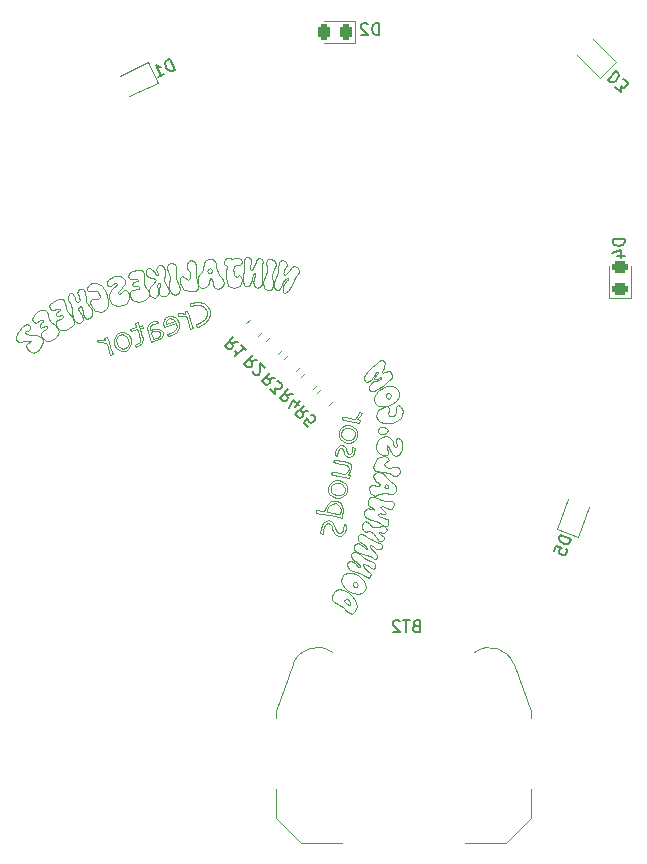
<source format=gbo>
G04 #@! TF.GenerationSoftware,KiCad,Pcbnew,(6.0.10-0)*
G04 #@! TF.CreationDate,2023-09-18T23:16:48+02:00*
G04 #@! TF.ProjectId,SwiftLeeds,53776966-744c-4656-9564-732e6b696361,rev?*
G04 #@! TF.SameCoordinates,Original*
G04 #@! TF.FileFunction,Legend,Bot*
G04 #@! TF.FilePolarity,Positive*
%FSLAX46Y46*%
G04 Gerber Fmt 4.6, Leading zero omitted, Abs format (unit mm)*
G04 Created by KiCad (PCBNEW (6.0.10-0)) date 2023-09-18 23:16:48*
%MOMM*%
%LPD*%
G01*
G04 APERTURE LIST*
G04 Aperture macros list*
%AMRoundRect*
0 Rectangle with rounded corners*
0 $1 Rounding radius*
0 $2 $3 $4 $5 $6 $7 $8 $9 X,Y pos of 4 corners*
0 Add a 4 corners polygon primitive as box body*
4,1,4,$2,$3,$4,$5,$6,$7,$8,$9,$2,$3,0*
0 Add four circle primitives for the rounded corners*
1,1,$1+$1,$2,$3*
1,1,$1+$1,$4,$5*
1,1,$1+$1,$6,$7*
1,1,$1+$1,$8,$9*
0 Add four rect primitives between the rounded corners*
20,1,$1+$1,$2,$3,$4,$5,0*
20,1,$1+$1,$4,$5,$6,$7,0*
20,1,$1+$1,$6,$7,$8,$9,0*
20,1,$1+$1,$8,$9,$2,$3,0*%
G04 Aperture macros list end*
%ADD10C,0.078000*%
%ADD11C,0.150000*%
%ADD12C,0.120000*%
%ADD13RoundRect,0.250000X-0.132583X0.503814X-0.503814X0.132583X0.132583X-0.503814X0.503814X-0.132583X0*%
%ADD14RoundRect,0.243750X0.345367X-0.385097X0.512102X0.073003X-0.345367X0.385097X-0.512102X-0.073003X0*%
%ADD15RoundRect,0.243750X0.028093X0.516516X-0.413732X0.310490X-0.028093X-0.516516X0.413732X-0.310490X0*%
%ADD16RoundRect,0.243750X0.243750X0.456250X-0.243750X0.456250X-0.243750X-0.456250X0.243750X-0.456250X0*%
%ADD17R,1.270000X5.080000*%
%ADD18C,17.800000*%
%ADD19RoundRect,0.243750X0.494975X0.150260X0.150260X0.494975X-0.494975X-0.150260X-0.150260X-0.494975X0*%
%ADD20RoundRect,0.243750X0.456250X-0.243750X0.456250X0.243750X-0.456250X0.243750X-0.456250X-0.243750X0*%
G04 APERTURE END LIST*
D10*
X146567714Y-82256600D02*
X146645289Y-82268300D01*
X142050036Y-78114800D02*
X142022034Y-78294200D01*
X129960075Y-64453100D02*
X129722058Y-64511600D01*
X126167520Y-64125500D02*
X126323520Y-63922700D01*
X147548091Y-74671100D02*
X147530453Y-74963600D01*
X125010507Y-67545800D02*
X124897875Y-67202600D01*
X126114870Y-64792400D02*
X126059256Y-64640300D01*
X123812700Y-63310400D02*
X123937812Y-63419600D01*
X131262792Y-66446000D02*
X131159637Y-66789200D01*
X115858767Y-69480200D02*
X115727805Y-69332000D01*
X142236027Y-76964300D02*
X142134432Y-76714700D01*
X122522736Y-64862600D02*
X122522736Y-64862600D01*
X146161599Y-84573200D02*
X146190112Y-84690200D01*
X147166758Y-80053100D02*
X147034372Y-80103800D01*
X132662580Y-62327600D02*
X132616053Y-62304200D01*
X116438658Y-66430400D02*
X116624376Y-66270500D01*
X118200171Y-67339100D02*
X118165734Y-67190900D01*
X126309324Y-68212700D02*
X126309324Y-68212700D01*
X145285804Y-71594000D02*
X145374088Y-71480900D01*
X141360711Y-83898500D02*
X141606918Y-84027200D01*
X146298294Y-76270100D02*
X146253382Y-76402700D01*
X120421572Y-67027100D02*
X120277974Y-67140200D01*
X143824477Y-87806300D02*
X143856918Y-87825800D01*
X146343429Y-73126700D02*
X146250835Y-73142300D01*
X130218138Y-65400800D02*
X130752867Y-65517800D01*
X143887232Y-74710100D02*
X144088426Y-74792000D01*
X137295078Y-64098200D02*
X137189856Y-64254200D01*
X143306226Y-77713100D02*
X143502240Y-77767700D01*
X126593400Y-62963300D02*
X126698817Y-63080300D01*
X146182983Y-81188000D02*
X146252419Y-81172400D01*
X145298950Y-77588300D02*
X145375796Y-77229500D01*
X141504621Y-81449300D02*
X141696618Y-81640400D01*
X146705860Y-75057200D02*
X146705860Y-75057200D01*
X142857180Y-90579200D02*
X142746810Y-90563600D01*
X119304885Y-65338400D02*
X119245995Y-65225300D01*
X146038390Y-80915000D02*
X146020166Y-80969600D01*
X138205416Y-62471900D02*
X138374481Y-62374400D01*
X144834531Y-72346700D02*
X144972583Y-72214100D01*
X125121033Y-69140900D02*
X125052549Y-69160400D01*
X122893899Y-64008500D02*
X122795346Y-64063100D01*
X131297034Y-62924300D02*
X131356509Y-62889200D01*
X132421092Y-62054600D02*
X132484428Y-61801100D01*
X146015256Y-81032000D02*
X146026823Y-81094400D01*
X142306071Y-85181600D02*
X142057017Y-85193300D01*
X129419067Y-62666900D02*
X129325389Y-62483600D01*
X144609044Y-82478900D02*
X144592103Y-82338500D01*
X131039322Y-62721500D02*
X131028831Y-62803400D01*
X138374481Y-62374400D02*
X138600174Y-62444600D01*
X142266915Y-79089800D02*
X141975858Y-79035200D01*
X141592566Y-84604400D02*
X141532545Y-84405500D01*
X145596064Y-80805800D02*
X145484228Y-80716100D01*
X145799531Y-71274200D02*
X145793174Y-71356100D01*
X129486225Y-67409300D02*
X129356082Y-67003700D01*
X141556491Y-83255000D02*
X142080846Y-83348600D01*
X143933065Y-85696400D02*
X143809599Y-85563800D01*
X146288217Y-83812700D02*
X146341241Y-83910200D01*
X116793246Y-68302400D02*
X117001701Y-68470100D01*
X142472367Y-77194400D02*
X142236027Y-76964300D01*
X116790048Y-69374900D02*
X116790048Y-69374900D01*
X141927576Y-77841800D02*
X142055184Y-77639000D01*
X118524612Y-66106700D02*
X118546452Y-66063800D01*
X126963276Y-64730000D02*
X126903177Y-64577900D01*
X145109465Y-87135500D02*
X144943411Y-87030200D01*
X142379430Y-76788800D02*
X142571427Y-76979900D01*
X118227549Y-66329000D02*
X118329183Y-66231500D01*
X127404483Y-63173900D02*
X127383462Y-63372800D01*
X145336398Y-80614700D02*
X145193455Y-80486000D01*
X146752102Y-78313700D02*
X146596976Y-78142100D01*
X147010403Y-77354300D02*
X146975303Y-77256800D01*
X122516496Y-63872000D02*
X122510763Y-63704300D01*
X130905552Y-64148900D02*
X130689141Y-64230800D01*
X145020003Y-82966400D02*
X145110604Y-82989800D01*
X145852575Y-72471500D02*
X145582324Y-72686000D01*
X124333896Y-63205100D02*
X124353903Y-63017900D01*
X116922960Y-67569200D02*
X116839617Y-67522400D01*
X121892808Y-64983500D02*
X121896357Y-64878200D01*
X120061680Y-64745600D02*
X120019989Y-64597400D01*
X144524956Y-86254100D02*
X144492076Y-86148800D01*
X144520592Y-83711300D02*
X144387922Y-83563100D01*
X142257906Y-82787000D02*
X142116453Y-82572500D01*
X146059408Y-81149000D02*
X146116203Y-81184100D01*
X146224315Y-79838600D02*
X146028523Y-79811300D01*
X147001312Y-74312300D02*
X147043498Y-74203100D01*
X142244490Y-77756000D02*
X142142817Y-77849600D01*
X126776895Y-64102100D02*
X126802011Y-64242500D01*
X146253382Y-76402700D02*
X146134397Y-76508000D01*
X119684199Y-66785300D02*
X119625387Y-66598100D01*
X143411955Y-78188900D02*
X143312544Y-78372200D01*
X146075526Y-79308200D02*
X146305420Y-79417400D01*
X146697717Y-77210000D02*
X146780315Y-77436200D01*
X117289326Y-67752500D02*
X117381405Y-67690100D01*
X116705964Y-66204200D02*
X116896089Y-66095000D01*
X147043498Y-74203100D02*
X147136127Y-74148500D01*
X145545602Y-81683300D02*
X145381724Y-81745700D01*
X143666196Y-89495000D02*
X143717598Y-89424800D01*
X117074631Y-66929600D02*
X117064569Y-66925700D01*
X147530413Y-77432300D02*
X147539303Y-77603900D01*
X132722679Y-61695800D02*
X132913779Y-61707500D01*
X119759079Y-64866500D02*
X119799054Y-64991300D01*
X122797179Y-69191600D02*
X122954661Y-69663500D01*
X120019989Y-64597400D02*
X120045768Y-64445300D01*
X141698295Y-78988400D02*
X141742677Y-78750500D01*
X132245163Y-63400100D02*
X132346056Y-63575600D01*
X145515818Y-84889100D02*
X145515814Y-84889100D01*
X129621321Y-65716700D02*
X129596712Y-65724500D01*
X141696618Y-81640400D02*
X141969384Y-81737900D01*
X142508676Y-85060700D02*
X142306071Y-85181600D01*
X144380828Y-89799200D02*
X144380828Y-89799200D01*
X143928740Y-85887500D02*
X144069121Y-85977200D01*
X126780639Y-62877500D02*
X126739455Y-62780000D01*
X125656893Y-63400100D02*
X125650146Y-63610700D01*
X142196559Y-80513300D02*
X142196559Y-80513300D01*
X123010860Y-69823400D02*
X122782164Y-69897500D01*
X142431495Y-89315600D02*
X142348932Y-89007500D01*
X146417135Y-80509400D02*
X146545519Y-80603000D01*
X132767724Y-64008500D02*
X132558918Y-63306500D01*
X145460309Y-71878700D02*
X145330638Y-71929400D01*
X145334749Y-86273600D02*
X145231582Y-86195600D01*
X121639035Y-65155100D02*
X121762587Y-65127800D01*
X145047767Y-81773000D02*
X144763609Y-81554600D01*
X124769955Y-64351700D02*
X124879818Y-64347800D01*
X118529604Y-67748600D02*
X118278483Y-67491200D01*
X118506711Y-66863300D02*
X118611426Y-66824300D01*
X124640943Y-65205800D02*
X124473282Y-64878200D01*
X142576380Y-80189600D02*
X142208337Y-80119400D01*
X125321025Y-68474000D02*
X125252112Y-68263400D01*
X145162466Y-83902400D02*
X145008857Y-83879000D01*
X125937849Y-65088800D02*
X125747802Y-65229200D01*
X141390078Y-83453900D02*
X140610936Y-83309600D01*
X132390906Y-63758900D02*
X132390906Y-63758900D01*
X135086742Y-62967200D02*
X135069738Y-62928200D01*
X125228049Y-62655200D02*
X125415093Y-62694200D01*
X141532545Y-84405500D02*
X141427011Y-84226100D01*
X144315133Y-87580100D02*
X144239863Y-87576200D01*
X142502241Y-91246100D02*
X142348620Y-91117400D01*
X130206360Y-63977300D02*
X130196337Y-64195700D01*
X142116453Y-82572500D02*
X141871845Y-82455500D01*
X127117404Y-68407700D02*
X126930867Y-68536400D01*
X115683111Y-67877300D02*
X115601991Y-67935800D01*
X122073924Y-64020200D02*
X122263425Y-64265900D01*
X115024479Y-67931900D02*
X115161096Y-67752500D01*
X142430130Y-77510300D02*
X142611363Y-77600000D01*
X145145977Y-71828000D02*
X145199087Y-71718800D01*
X146341241Y-83910200D02*
X146355152Y-84023300D01*
X142022034Y-78294200D02*
X142011621Y-78399500D01*
X119839848Y-65201900D02*
X119862780Y-65283800D01*
X141102102Y-84163700D02*
X140971998Y-84276800D01*
X129459276Y-61937600D02*
X129615354Y-61886900D01*
X146212295Y-77744300D02*
X146268373Y-77873000D01*
X147539303Y-77603900D02*
X147534560Y-77748200D01*
X125027745Y-62678600D02*
X125228049Y-62655200D01*
X129615354Y-61886900D02*
X129777867Y-61894700D01*
X134141265Y-63996800D02*
X134081322Y-63918800D01*
X118194984Y-67417100D02*
X118329261Y-67577000D01*
X129387789Y-63513200D02*
X129540864Y-63384500D01*
X144322827Y-83196500D02*
X144389314Y-83052200D01*
X142323855Y-76636700D02*
X142379430Y-76788800D01*
X143638701Y-88286000D02*
X143373150Y-88200200D01*
X146475023Y-71278100D02*
X146599023Y-71399000D01*
X114809979Y-68563700D02*
X114814347Y-68364800D01*
X144892309Y-81944600D02*
X145112215Y-81929000D01*
X123498165Y-68236100D02*
X123391110Y-68364800D01*
X141810576Y-79811300D02*
X142229241Y-79893200D01*
X143267343Y-77986100D02*
X143294760Y-77806700D01*
X137711559Y-64574000D02*
X137611251Y-64620800D01*
X127257531Y-68201000D02*
X127117404Y-68407700D01*
X123153834Y-63224600D02*
X123153834Y-63224600D01*
X126802011Y-64242500D02*
X126831378Y-64410200D01*
X146338663Y-84136400D02*
X146288236Y-84253400D01*
X143734083Y-89339000D02*
X143716654Y-89249300D01*
X145881396Y-72654800D02*
X146144626Y-72549500D01*
X128671242Y-64250300D02*
X128594295Y-64601300D01*
X144089167Y-84557600D02*
X144076874Y-84401600D01*
X134157060Y-62686400D02*
X134157060Y-62686400D01*
X115994058Y-68817200D02*
X116086020Y-68743100D01*
X143549508Y-91577600D02*
X143549508Y-91577600D01*
X131419845Y-63536600D02*
X131323671Y-63396200D01*
X146144626Y-72549500D02*
X146353456Y-72506600D01*
X135093840Y-63017900D02*
X135086742Y-62967200D01*
X142797822Y-84245600D02*
X142783275Y-84354800D01*
X141191880Y-82892300D02*
X141113568Y-83169200D01*
X146515727Y-79429100D02*
X146705985Y-79397900D01*
X142635387Y-89612000D02*
X142431495Y-89315600D01*
X145018478Y-85579400D02*
X145325459Y-85696400D01*
X120581862Y-66605900D02*
X120500703Y-66442100D01*
X144775578Y-86125400D02*
X144859171Y-86246300D01*
X134081322Y-63918800D02*
X134018688Y-63743300D01*
X119594382Y-66235400D02*
X119580693Y-66067700D01*
X130361541Y-64113800D02*
X130266576Y-63950000D01*
X142047267Y-90949700D02*
X141891852Y-90867800D01*
X143411643Y-86187800D02*
X143428647Y-86039600D01*
X146533191Y-73274900D02*
X146492249Y-73196900D01*
X147441563Y-77108600D02*
X147501250Y-77264600D01*
X145329745Y-77845700D02*
X145298950Y-77588300D01*
X126450855Y-67050500D02*
X126628851Y-66999800D01*
X135259005Y-64180100D02*
X135111390Y-64129400D01*
X130539732Y-62830700D02*
X130630719Y-62643500D01*
X143816600Y-87564500D02*
X143671855Y-87424100D01*
X126268452Y-68087900D02*
X126309324Y-68212700D01*
X145479692Y-83383700D02*
X145488253Y-83473400D01*
X145731226Y-71824100D02*
X145730833Y-71777300D01*
X145422424Y-79803500D02*
X145612815Y-79823000D01*
X126756771Y-64866500D02*
X126662859Y-64967900D01*
X125441652Y-68095700D02*
X125556273Y-68438900D01*
X147234214Y-73013600D02*
X147234214Y-73013600D01*
X145790312Y-75969800D02*
X145970503Y-75989300D01*
X132494061Y-62257400D02*
X132445623Y-62187200D01*
X129019200Y-64390700D02*
X128698503Y-63778400D01*
X142400997Y-84850100D02*
X142487109Y-84701900D01*
X114912588Y-68711900D02*
X114809979Y-68563700D01*
X117510690Y-66418700D02*
X117563574Y-66609800D01*
X116250717Y-69683000D02*
X115982280Y-69581600D01*
X120154617Y-65794700D02*
X120154617Y-65794700D01*
X128384514Y-67187000D02*
X127337988Y-67530200D01*
X146820816Y-81593600D02*
X146704183Y-81659900D01*
X143430675Y-89510600D02*
X143430675Y-89510600D01*
X144748458Y-72853700D02*
X144702469Y-72666500D01*
X130062840Y-63283100D02*
X130117167Y-63513200D01*
X146312038Y-81129500D02*
X146344720Y-81063200D01*
X147451710Y-78048500D02*
X147367159Y-78196700D01*
X141871845Y-82455500D02*
X141871845Y-82455500D01*
X127784226Y-63727700D02*
X127837383Y-63497600D01*
X141924417Y-81979700D02*
X141597558Y-81854900D01*
X143933432Y-87833600D02*
X143957448Y-87814100D01*
X137684688Y-62019500D02*
X137722557Y-62280800D01*
X134629077Y-62448500D02*
X134631963Y-62518700D01*
X146300798Y-80911100D02*
X146300798Y-80911100D01*
X125974236Y-64398500D02*
X126048648Y-64597400D01*
X144603670Y-84826700D02*
X144439656Y-84834500D01*
X146780315Y-77436200D02*
X146854454Y-77615600D01*
X145724916Y-83625500D02*
X145954459Y-83687900D01*
X143954215Y-86667500D02*
X143688188Y-86562200D01*
X144824863Y-80993000D02*
X144962622Y-80915000D01*
X136143096Y-61781600D02*
X136438092Y-61734800D01*
X135610902Y-62772200D02*
X135642258Y-63095900D01*
X122672808Y-65061500D02*
X122663916Y-64780700D01*
X144747030Y-82712900D02*
X144659249Y-82611500D01*
X121102668Y-65506100D02*
X121091124Y-65377400D01*
X126930867Y-68536400D02*
X126699168Y-68637800D01*
X115267527Y-67623800D02*
X115408434Y-67471700D01*
X127766676Y-66785300D02*
X127539891Y-66976400D01*
X126246300Y-63361100D02*
X126049350Y-63298700D01*
X143079714Y-78294200D02*
X143176512Y-78216200D01*
X141826254Y-78263000D02*
X141847431Y-78110900D01*
X146009523Y-74253800D02*
X146143687Y-74230400D01*
X125009025Y-63661400D02*
X125052627Y-63645800D01*
X126840348Y-63041300D02*
X126817572Y-62963300D01*
X118794258Y-65174600D02*
X118924011Y-65342300D01*
X145660574Y-76574300D02*
X145562006Y-76519700D01*
X145008857Y-83879000D02*
X144857560Y-83859500D01*
X119742972Y-67062200D02*
X119689893Y-67288400D01*
X119349189Y-67612100D02*
X119086797Y-67740800D01*
X133920564Y-63575600D02*
X133765734Y-64059200D01*
X145500093Y-72931700D02*
X145543071Y-72892700D01*
X130219464Y-63735500D02*
X130221882Y-63501500D01*
X142011621Y-78399500D02*
X141817167Y-78352700D01*
X134721312Y-62729300D02*
X134806566Y-62678600D01*
X123420984Y-64679300D02*
X123543678Y-64718300D01*
X147203301Y-76952600D02*
X147343765Y-76999400D01*
X115864539Y-68672900D02*
X115668369Y-68696300D01*
X124362522Y-68867900D02*
X124318023Y-68579300D01*
X137061234Y-64355600D02*
X136907886Y-64371200D01*
X120570903Y-64410200D02*
X120638568Y-64550600D01*
X120102396Y-67171400D02*
X119940897Y-67112900D01*
X147156977Y-79409600D02*
X147251654Y-79507100D01*
X134141265Y-63996800D02*
X134141265Y-63996800D01*
X143364843Y-75279500D02*
X143516358Y-75306800D01*
X145861155Y-71141600D02*
X145799531Y-71274200D01*
X146182363Y-76738100D02*
X146414662Y-76812200D01*
X119625387Y-66598100D02*
X119602962Y-66414800D01*
X115777764Y-67846100D02*
X115683111Y-67877300D01*
X131570853Y-61867400D02*
X131679624Y-61976600D01*
X142266057Y-83344700D02*
X142272219Y-83313500D01*
X144100375Y-84261200D02*
X144160400Y-84128600D01*
X144156247Y-90052700D02*
X143806011Y-90138500D01*
X142584648Y-84183200D02*
X142797822Y-84245600D01*
X145157244Y-85072400D02*
X145046402Y-84935900D01*
X118546452Y-66063800D02*
X118537326Y-66013100D01*
X132661371Y-62510900D02*
X132681300Y-62386100D01*
X129540864Y-63384500D02*
X129572298Y-63099800D01*
X134759922Y-63532700D02*
X134727669Y-63735500D01*
X117111252Y-67054400D02*
X117127710Y-67007600D01*
X129912066Y-61961000D02*
X130010658Y-62089700D01*
X145827291Y-74246000D02*
X145511130Y-74183600D01*
X138128313Y-62557700D02*
X138205416Y-62471900D01*
X134157060Y-62686400D02*
X134157060Y-62686400D01*
X142728324Y-77787200D02*
X142778712Y-77954900D01*
X142628172Y-78263000D02*
X142572441Y-78071900D01*
X143752273Y-85240100D02*
X143836486Y-85107500D01*
X146599012Y-71399000D02*
X146599012Y-71399000D01*
X144496096Y-82943000D02*
X144639109Y-82880600D01*
X146340063Y-78134300D02*
X146292538Y-78251300D01*
X118493646Y-65974100D02*
X118436628Y-65962400D01*
X145429846Y-80681000D02*
X145336398Y-80614700D01*
X130502682Y-64211300D02*
X130361541Y-64113800D01*
X146318254Y-71254700D02*
X146475023Y-71278100D01*
X147507100Y-77892500D02*
X147451710Y-78048500D01*
X118039530Y-67304000D02*
X118194984Y-67417100D01*
X120181215Y-65049800D02*
X120121935Y-64901600D01*
X115871169Y-68879600D02*
X115994058Y-68817200D01*
X127424958Y-64913300D02*
X127424958Y-64913300D01*
X144658707Y-88219700D02*
X144739016Y-88293800D01*
X147034392Y-79358900D02*
X147156977Y-79409600D01*
X124035312Y-69324200D02*
X124183083Y-69246200D01*
X147014018Y-81234800D02*
X146974585Y-81367400D01*
X141742716Y-78750500D02*
X141956007Y-78797300D01*
X128566059Y-67756400D02*
X128339937Y-68013800D01*
X115668369Y-68696300D02*
X115462488Y-68735300D01*
X122700927Y-69636200D02*
X122570784Y-69230600D01*
X144226977Y-85879700D02*
X144090734Y-85793900D01*
X128344617Y-63353300D02*
X128415948Y-63622400D01*
X119676906Y-66785300D02*
X119742972Y-67062200D01*
X146857234Y-80092100D02*
X146857234Y-80092100D01*
X138255570Y-63801800D02*
X138116847Y-64082600D01*
X146126776Y-72249200D02*
X145852575Y-72471500D01*
X116905449Y-68185400D02*
X116914731Y-68052800D01*
X145615116Y-80915000D02*
X145627369Y-80903300D01*
X145541121Y-83313500D02*
X145479692Y-83383700D01*
X134191809Y-64035800D02*
X134141265Y-63996800D01*
X137462193Y-64542800D02*
X137426274Y-64421900D01*
X122490405Y-68988800D02*
X122440914Y-68844500D01*
X131395158Y-62690300D02*
X131352102Y-62620100D01*
X145469419Y-74530700D02*
X146009523Y-74253800D01*
X146300798Y-80911100D02*
X146300798Y-80911100D01*
X129722058Y-64511600D02*
X129019200Y-64390700D01*
X131323671Y-63396200D02*
X131306589Y-63388400D01*
X144678702Y-84089600D02*
X144796705Y-84214400D01*
X144408713Y-87966200D02*
X144540092Y-88102700D01*
X143123433Y-91008200D02*
X143123433Y-91008200D01*
X135408414Y-64152800D02*
X135259005Y-64180100D01*
X127699089Y-66617600D02*
X127980084Y-66586400D01*
X133213767Y-62670800D02*
X133241067Y-62889200D01*
X119555928Y-65888300D02*
X119501640Y-65705000D01*
X140610195Y-84635600D02*
X140703561Y-84319700D01*
X128313807Y-67031000D02*
X128071539Y-66800900D01*
X119559789Y-66613700D02*
X119676906Y-66785300D01*
X146440122Y-72034700D02*
X146126776Y-72249200D01*
X131210766Y-62553800D02*
X131136159Y-62581100D01*
X140578839Y-84838400D02*
X140610195Y-84635600D01*
X144817804Y-88601900D02*
X144817804Y-88601900D01*
X116790048Y-69374900D02*
X116642316Y-69534800D01*
X132569331Y-62943800D02*
X132614844Y-62686400D01*
X124675185Y-63930500D02*
X124695855Y-63829100D01*
X147251654Y-79507100D02*
X147301957Y-79639700D01*
X137463519Y-64078700D02*
X137538672Y-63914900D01*
X118611426Y-66824300D02*
X118711344Y-66777500D01*
X124183083Y-69246200D02*
X124287681Y-69125300D01*
X135621822Y-63914900D02*
X135532395Y-64059200D01*
X118033485Y-66075500D02*
X117899793Y-66098900D01*
X145635158Y-83590400D02*
X145724916Y-83625500D01*
X121204458Y-66660500D02*
X121041204Y-66789200D01*
X118425552Y-67842200D02*
X118401372Y-68068400D01*
X147255428Y-78317600D02*
X147123799Y-78395600D01*
X145689493Y-85634000D02*
X145562142Y-85614500D01*
X145649209Y-76004900D02*
X145790312Y-75969800D01*
X146129054Y-73247600D02*
X146117315Y-73407500D01*
X146568790Y-71925500D02*
X146440122Y-72034700D01*
X143757390Y-74944100D02*
X143887232Y-74710100D01*
X126817767Y-64733900D02*
X126756771Y-64866500D01*
X142286064Y-84932000D02*
X142400997Y-84850100D01*
X142495728Y-79132700D02*
X142266915Y-79089800D01*
X146854454Y-77615600D02*
X146934778Y-77689700D01*
X143123433Y-91008200D02*
X143123433Y-91008200D01*
X124695855Y-63829100D02*
X124756383Y-63747200D01*
X144492532Y-85216700D02*
X144663391Y-85345400D01*
X146300798Y-80911100D02*
X146300798Y-80911100D01*
X146016558Y-82732400D02*
X145928422Y-82709000D01*
X124914528Y-69000500D02*
X124961328Y-68984900D01*
X116015079Y-68165900D02*
X116277159Y-68181500D01*
X145831355Y-84374300D02*
X145974286Y-84401600D01*
X126976302Y-63794000D02*
X126901695Y-63762800D01*
X126709113Y-62663000D02*
X126753963Y-62409500D01*
X146879839Y-79362800D02*
X147034392Y-79358900D01*
X143202681Y-86932700D02*
X143218593Y-86765000D01*
X126610170Y-63618500D02*
X126651666Y-63513200D01*
X134168682Y-61719200D02*
X134231901Y-61637300D01*
X146009047Y-83067800D02*
X146089231Y-83149700D01*
X116839617Y-67522400D02*
X116817075Y-67417100D01*
X146284562Y-80372900D02*
X146417135Y-80509400D01*
X118165734Y-67190900D02*
X118195920Y-67062200D01*
X118793946Y-66691700D02*
X118785054Y-66559100D01*
X144465166Y-86281400D02*
X144501697Y-86277500D01*
X117666885Y-65946800D02*
X117636543Y-65759600D01*
X144125858Y-86913200D02*
X144292739Y-87045800D01*
X125252112Y-68263400D02*
X125203167Y-68115200D01*
X144198269Y-87603500D02*
X144212227Y-87697100D01*
X142297257Y-83032700D02*
X142257906Y-82787000D01*
X145375796Y-77229500D02*
X145543153Y-76960400D01*
X146263717Y-78559400D02*
X146359368Y-78762200D01*
X141604539Y-90618200D02*
X141549939Y-90438800D01*
X116170533Y-66851600D02*
X116252316Y-66648800D01*
X124353903Y-63017900D02*
X124494615Y-62877500D01*
X126651666Y-63513200D02*
X126583767Y-63443000D01*
X138600174Y-62444600D02*
X138600174Y-62444600D01*
X117043860Y-67120700D02*
X117079779Y-67089500D01*
X142517997Y-77892500D02*
X142459419Y-77791100D01*
X144428942Y-89561300D02*
X144380828Y-89799200D01*
X146116192Y-81184100D02*
X146182983Y-81188000D01*
X128795184Y-66578600D02*
X128524446Y-66578600D01*
X147256454Y-79947800D02*
X147166758Y-80053100D01*
X145322542Y-83945300D02*
X145162466Y-83902400D01*
X144758582Y-86031800D02*
X144775578Y-86125400D01*
X130023645Y-62858000D02*
X130025517Y-63060800D01*
X140777466Y-85010000D02*
X140564097Y-84955400D01*
X120474846Y-64320500D02*
X120570903Y-64410200D01*
X144817800Y-88601900D02*
X144817804Y-88601900D01*
X126386115Y-68727500D02*
X126248172Y-68762600D01*
X125080746Y-64051400D02*
X124956375Y-64047500D01*
X145588744Y-82073300D02*
X145708665Y-82127900D01*
X130124538Y-67292300D02*
X130496247Y-67124600D01*
X145130701Y-80915000D02*
X145307039Y-80946200D01*
X144124844Y-85052900D02*
X144310577Y-85111400D01*
X147530453Y-74963600D02*
X147521763Y-74994800D01*
X134131359Y-61851800D02*
X134159595Y-61734800D01*
X135091812Y-63056900D02*
X135093840Y-63017900D01*
X133436028Y-62304200D02*
X133363956Y-62312000D01*
X116066988Y-68692400D02*
X116039883Y-68684600D01*
X147016074Y-73770200D02*
X146660799Y-74043200D01*
X141563316Y-90255500D02*
X141624468Y-90087800D01*
X145291447Y-73177400D02*
X145500093Y-72931700D01*
X146029140Y-70580000D02*
X146013072Y-70778900D01*
X135781176Y-63474200D02*
X135884565Y-63263600D01*
X124004775Y-64359500D02*
X124139988Y-64363400D01*
X142891851Y-79729400D02*
X142988181Y-79514900D01*
X121896357Y-64878200D02*
X121868784Y-64761200D01*
X117426723Y-66239300D02*
X117510690Y-66418700D01*
X142541904Y-81866600D02*
X142250184Y-81983600D01*
X123937812Y-63419600D02*
X124009650Y-63571700D01*
X142856127Y-81102200D02*
X142855698Y-81394700D01*
X130440087Y-62990600D02*
X130539732Y-62830700D01*
X118404219Y-66902300D02*
X118506711Y-66863300D01*
X146435137Y-81652100D02*
X146272351Y-81613100D01*
X127399023Y-62670800D02*
X127419693Y-62951600D01*
X144450349Y-87626900D02*
X144394459Y-87603500D01*
X141956007Y-78797300D02*
X142296789Y-78863600D01*
X120454800Y-66169100D02*
X120442944Y-66032600D01*
X145632537Y-85809500D02*
X145720158Y-85875800D01*
X145096104Y-80318300D02*
X145082399Y-80099900D01*
X116086020Y-68743100D02*
X116097330Y-68727500D01*
X131352102Y-62620100D02*
X131288571Y-62569400D01*
X117074631Y-66929600D02*
X117074631Y-66929600D01*
X124639773Y-63446900D02*
X124509045Y-63427400D01*
X137438442Y-63739400D02*
X137370426Y-63903200D01*
X124956375Y-64047500D02*
X124833603Y-64039700D01*
X131040375Y-63992900D02*
X130905552Y-64148900D01*
X127269309Y-62393900D02*
X127356786Y-62526500D01*
X116875380Y-69254000D02*
X116790165Y-69374900D01*
X144168126Y-88488800D02*
X143907544Y-88375700D01*
X125669607Y-63205100D02*
X125656893Y-63400100D01*
X146740012Y-82338500D02*
X146783739Y-82443800D01*
X146288236Y-84253400D02*
X146210029Y-84335300D01*
X145380663Y-84460100D02*
X145535950Y-84428900D01*
X123748389Y-64273700D02*
X123581625Y-64437500D01*
X136396206Y-64343900D02*
X136085376Y-64421900D01*
X121762587Y-65127800D02*
X121850493Y-65069300D01*
X145289723Y-72869300D02*
X145141663Y-72931700D01*
X143281188Y-76188200D02*
X143015910Y-76086800D01*
X124403433Y-63357200D02*
X124333896Y-63205100D01*
X145110604Y-82989800D02*
X145158508Y-82958600D01*
X127356786Y-62526500D02*
X127398984Y-62670800D01*
X121041204Y-66789200D02*
X120847140Y-66816500D01*
X126901695Y-63762800D02*
X126841050Y-63797900D01*
X145515814Y-84889100D02*
X145546842Y-84935900D01*
X134946849Y-62982800D02*
X134857578Y-63150500D01*
X145321804Y-71356100D02*
X145206634Y-71496500D01*
X146705985Y-79397900D02*
X146879839Y-79362800D01*
X144291811Y-87821900D02*
X144408713Y-87966200D01*
X121136364Y-65884400D02*
X121226103Y-66052100D01*
X143502240Y-77767700D02*
X143492607Y-77834000D01*
X123493680Y-69140900D02*
X123686145Y-69300800D01*
X128397618Y-62690300D02*
X128364585Y-62885300D01*
X126345438Y-62659100D02*
X126478038Y-62811200D01*
X146210029Y-84335300D02*
X146102904Y-84370400D01*
X121637397Y-64476500D02*
X121485375Y-64449200D01*
X142665534Y-81359600D02*
X142665261Y-81188000D01*
X145656725Y-84148100D02*
X145496435Y-84035000D01*
X141362856Y-80833100D02*
X141547872Y-80638100D01*
X122775729Y-64535000D02*
X122954856Y-64328300D01*
X146509651Y-73458200D02*
X146537536Y-73372400D01*
X146698524Y-80692700D02*
X146842469Y-80782400D01*
X143730920Y-76441700D02*
X143730495Y-76734200D01*
X143809599Y-85563800D02*
X143742067Y-85407800D01*
X119823039Y-65104400D02*
X119839848Y-65201900D01*
X143419443Y-86234600D02*
X143411643Y-86187800D01*
X147026857Y-76991600D02*
X147203301Y-76952600D01*
X146246678Y-80856500D02*
X146182655Y-80825300D01*
X141844974Y-83539700D02*
X141390078Y-83453900D01*
X131767179Y-62273000D02*
X131787654Y-62464100D01*
X131558412Y-64113800D02*
X131497767Y-63930500D01*
X124004736Y-68181500D02*
X123832980Y-68126900D01*
X143507388Y-85914800D02*
X143625168Y-85848500D01*
X117942771Y-65393000D02*
X118224702Y-65209700D01*
X119602962Y-66414800D02*
X119594382Y-66235400D01*
X131171961Y-62932100D02*
X131233893Y-62936000D01*
X121534593Y-66204200D02*
X121146387Y-65654300D01*
X146963654Y-77151500D02*
X147026857Y-76991600D01*
X135716553Y-63731600D02*
X135717801Y-63716000D01*
X135666399Y-63735500D02*
X135621822Y-63914900D01*
X120842421Y-64199600D02*
X120945264Y-64028000D01*
X126803727Y-67658900D02*
X127093341Y-67744700D01*
X143430675Y-89510600D02*
X143430675Y-89510600D01*
X145546811Y-76086800D02*
X145649209Y-76004900D01*
X126248172Y-68762600D02*
X126166818Y-68520800D01*
X141817167Y-78352700D02*
X141826254Y-78263000D01*
X142754142Y-84545900D02*
X142660347Y-84846200D01*
X146694425Y-80041400D02*
X146546603Y-79967300D01*
X131136159Y-62581100D02*
X131076216Y-62643500D01*
X145496435Y-84035000D02*
X145322542Y-83945300D01*
X125820264Y-62698100D02*
X125896665Y-62592800D01*
X134157060Y-62686400D02*
X134161389Y-62596700D01*
X144390457Y-89307800D02*
X144428942Y-89561300D01*
X121248489Y-65186300D02*
X121377462Y-65159000D01*
X145708665Y-82127900D02*
X145837439Y-82174700D01*
X123153834Y-63224600D02*
X123305037Y-63201200D01*
X145057837Y-84432800D02*
X145219917Y-84471800D01*
X145811395Y-85602800D02*
X145689493Y-85634000D01*
X144766394Y-87868700D02*
X144665844Y-87782900D01*
X117003651Y-67924100D02*
X117095769Y-67857800D01*
X136508214Y-63353300D02*
X136540311Y-63583400D01*
X128240877Y-62159900D02*
X128394810Y-62475800D01*
X142846962Y-87697100D02*
X142868802Y-87548900D01*
X147394151Y-75240500D02*
X147191417Y-75423800D01*
X120442944Y-66032600D02*
X120409989Y-65903900D01*
X134936163Y-63868100D02*
X134917014Y-63680900D01*
X145397425Y-71309300D02*
X145321804Y-71356100D01*
X125973378Y-67935800D02*
X125910276Y-67604300D01*
X115872300Y-67814900D02*
X115777764Y-67846100D01*
X127227111Y-64917200D02*
X127075557Y-64850900D01*
X142746810Y-90563600D02*
X142649505Y-90590900D01*
X141847431Y-78110900D02*
X141927576Y-77841800D01*
X147115036Y-72771800D02*
X147234214Y-73013600D01*
X143061735Y-91058900D02*
X143123433Y-91008200D01*
X143668243Y-89171300D02*
X143592369Y-89105000D01*
X120479916Y-66886700D02*
X120421572Y-67027100D01*
X120195333Y-65307200D02*
X120214872Y-65190200D01*
X121091124Y-65377400D02*
X121135506Y-65268200D01*
X124410687Y-65034200D02*
X124310652Y-65326700D01*
X131818347Y-62666900D02*
X131885037Y-62881400D01*
X144439656Y-84834500D02*
X144309704Y-84815000D01*
X123299889Y-69273500D02*
X123133593Y-68973200D01*
X130009488Y-65630900D02*
X129621321Y-65716700D01*
X145666077Y-86355500D02*
X145447318Y-86339900D01*
X123588450Y-67970900D02*
X123878649Y-67935800D01*
X146339552Y-74296700D02*
X146385927Y-74413700D01*
X115577694Y-67339100D02*
X115750308Y-67288400D01*
X144836352Y-88438100D02*
X144817800Y-88601900D01*
X146026823Y-81094400D02*
X146059408Y-81149000D01*
X143428725Y-75525200D02*
X143039700Y-75451100D01*
X130965027Y-66134000D02*
X130751541Y-65818100D01*
X143068599Y-80045300D02*
X143024763Y-80279300D01*
X133308966Y-62331500D02*
X133236543Y-62460200D01*
X127656618Y-62222300D02*
X127909767Y-62093600D01*
X143549508Y-91577600D02*
X143290353Y-91799900D01*
X142272219Y-83313500D02*
X142297257Y-83032700D01*
X124991904Y-64340000D02*
X125101650Y-64324400D01*
X143268162Y-88321100D02*
X143643732Y-88461500D01*
X142586559Y-90743000D02*
X142647087Y-90828800D01*
X130088970Y-67382000D02*
X130056054Y-67311800D01*
X142977612Y-87977900D02*
X142887171Y-87845300D01*
X145546842Y-84935900D02*
X145639417Y-85002200D01*
X117034929Y-68969300D02*
X116960127Y-69117500D01*
X135609147Y-62452400D02*
X135610902Y-62772200D01*
X126155859Y-67740800D02*
X126530493Y-67670600D01*
X126362676Y-65018600D02*
X126216699Y-64928900D01*
X144282657Y-86180000D02*
X144391966Y-86254100D01*
X136018140Y-61996100D02*
X136143096Y-61781600D01*
X120154617Y-65794700D02*
X120106062Y-66028700D01*
X124139988Y-64363400D02*
X124255506Y-64441400D01*
X130115334Y-64351700D02*
X129960075Y-64453100D01*
X122413458Y-64554500D02*
X122522736Y-64862600D01*
X133080348Y-61719200D02*
X133080348Y-61719200D01*
X123084453Y-68641700D02*
X123163389Y-68329700D01*
X143048865Y-90707900D02*
X142972581Y-90633800D01*
X121274502Y-66477200D02*
X121204458Y-66660500D01*
X146250835Y-73142300D02*
X146129054Y-73247600D01*
X134683482Y-62159900D02*
X134647680Y-62304200D01*
X145357626Y-75209300D02*
X145357626Y-75209300D01*
X147234214Y-73013600D02*
X147234214Y-73013600D01*
X118195920Y-67062200D02*
X118303248Y-66953000D01*
X146596976Y-78142100D02*
X146491758Y-77935400D01*
X124155276Y-68013800D02*
X124398675Y-68216600D01*
X141024570Y-82790900D02*
X141201318Y-82478900D01*
X135119229Y-62011700D02*
X135157098Y-61898600D01*
X141852345Y-80513300D02*
X142196559Y-80513300D01*
X124012107Y-63848600D02*
X123908874Y-64082600D01*
X128412087Y-67491200D02*
X128384514Y-67187000D01*
X133866900Y-62175500D02*
X133779930Y-62265200D01*
X123368490Y-68906900D02*
X123493680Y-69140900D01*
X124914528Y-69000500D02*
X124914528Y-69000500D01*
X131412201Y-62764400D02*
X131412201Y-62764400D01*
X117191436Y-67807100D02*
X117289326Y-67752500D01*
X126193299Y-62553800D02*
X126345438Y-62659100D01*
X127909728Y-62093600D02*
X127909728Y-62093600D01*
X145439081Y-79745000D02*
X145415771Y-79741100D01*
X146704183Y-81659900D02*
X146578696Y-81675500D01*
X134646081Y-62612300D02*
X134674707Y-62694200D01*
X130345512Y-63146600D02*
X130440087Y-62990600D01*
X133549050Y-62308100D02*
X133436028Y-62304200D01*
X144834698Y-85474100D02*
X145018478Y-85579400D01*
X143957448Y-87814100D02*
X143928034Y-87708800D01*
X119270565Y-66348500D02*
X119416815Y-66481100D01*
X123133593Y-68973200D02*
X123133593Y-68973200D01*
X142988181Y-79514900D02*
X142953198Y-79288700D01*
X127383462Y-63372800D02*
X127392432Y-63575600D01*
X144877216Y-82783100D02*
X144747030Y-82712900D01*
X128334672Y-63099800D02*
X128344617Y-63353300D01*
X143312544Y-78372200D02*
X143139657Y-78508700D01*
X145443652Y-85524800D02*
X145345138Y-85388300D01*
X145957883Y-85310300D02*
X145964770Y-85435100D01*
X118287492Y-68263400D02*
X118115034Y-68427200D01*
X115646061Y-69168200D02*
X115663299Y-69016100D01*
X145535950Y-84428900D02*
X145686778Y-84389900D01*
X126485526Y-63758900D02*
X126610170Y-63618500D01*
X120277974Y-67140200D02*
X120102396Y-67171400D01*
X144492076Y-86148800D02*
X144376070Y-86012300D01*
X141692718Y-80025800D02*
X141509457Y-79994600D01*
X118115034Y-68427200D02*
X118102788Y-68435000D01*
X137792367Y-63536600D02*
X137806680Y-63497600D01*
X134168682Y-61719200D02*
X134168682Y-61719200D01*
X118380117Y-66582500D02*
X118274310Y-66586400D01*
X143492607Y-77834000D02*
X143467491Y-77986100D01*
X146028523Y-79811300D02*
X145823251Y-79791800D01*
X146082636Y-80852600D02*
X146073136Y-80864300D01*
X145193455Y-80486000D02*
X145096104Y-80318300D01*
X123558186Y-69480200D02*
X123299889Y-69273500D01*
X117882906Y-68587100D02*
X117625974Y-68692400D01*
X122001072Y-68598800D02*
X122376603Y-68653400D01*
X140610936Y-83309600D02*
X140195586Y-83235500D01*
X143071368Y-75852800D02*
X143071368Y-75852800D01*
X145360929Y-78571100D02*
X145948999Y-78442400D01*
X137784333Y-63380600D02*
X137678760Y-63419600D01*
X136974459Y-62858000D02*
X137020050Y-62487500D01*
X130802280Y-66878900D02*
X130993653Y-66520100D01*
X117355275Y-67424900D02*
X117257034Y-67448300D01*
X123670896Y-64648100D02*
X123776469Y-64538900D01*
X143907544Y-88375700D02*
X143638701Y-88286000D01*
X133241067Y-62889200D02*
X133307484Y-63072500D01*
X127338066Y-67530200D02*
X127338066Y-67530200D01*
X143770712Y-85840700D02*
X143928740Y-85887500D01*
X146359368Y-78762200D02*
X146296040Y-78883100D01*
X147225008Y-73415300D02*
X147016074Y-73770200D01*
X123332493Y-63891500D02*
X123267129Y-63813500D01*
X146546603Y-79967300D02*
X146393985Y-79897100D01*
X145219917Y-84471800D02*
X145380663Y-84460100D01*
X144309704Y-84815000D02*
X144161761Y-84705800D01*
X130025517Y-63060800D02*
X130062840Y-63283100D01*
X132445623Y-62187200D02*
X132421092Y-62054600D01*
X130678494Y-62471900D02*
X130714881Y-62276900D01*
X144540092Y-88102700D02*
X144658707Y-88219700D01*
X146321316Y-78005600D02*
X146340063Y-78134300D01*
X143551263Y-86464700D02*
X143456493Y-86336000D01*
X143113137Y-77081300D02*
X143343393Y-76995500D01*
X128470236Y-66867200D02*
X128617383Y-67148000D01*
X124756383Y-63747200D02*
X124877673Y-63688700D01*
X131685786Y-64238600D02*
X131558412Y-64113800D01*
X124833603Y-64039700D02*
X124731852Y-64012400D01*
X131740737Y-62109200D02*
X131767179Y-62273000D01*
X117257034Y-67448300D02*
X117142218Y-67499000D01*
X143218593Y-86765000D02*
X143307396Y-86632400D01*
X128415948Y-63622400D02*
X128514033Y-63829100D01*
X142366521Y-77740400D02*
X142244490Y-77756000D01*
X145078710Y-87420200D02*
X145164120Y-87490400D01*
X126806457Y-63860300D02*
X126787698Y-63930500D01*
X145345138Y-85388300D02*
X145253671Y-85232300D01*
X135429396Y-61711400D02*
X135429396Y-61711400D01*
X126309324Y-68212700D02*
X126386388Y-68442800D01*
X128608452Y-64016300D02*
X128668239Y-64230800D01*
X125973456Y-67374200D02*
X126158784Y-67187000D01*
X146661595Y-71597900D02*
X146646740Y-71777300D01*
X145230525Y-87802400D02*
X145094883Y-87966200D01*
X146905208Y-74909000D02*
X146960857Y-74768600D01*
X117880566Y-67190900D02*
X118039530Y-67304000D01*
X144817804Y-88601900D02*
X144698116Y-88738400D01*
X136760856Y-62460200D02*
X136670571Y-62635700D01*
X120102630Y-65385200D02*
X120195333Y-65307200D01*
X145993018Y-71348300D02*
X146149794Y-71289800D01*
X126212877Y-67912400D02*
X126268452Y-68087900D01*
X123163389Y-68329700D02*
X123333000Y-68107400D01*
X147136127Y-74148500D02*
X147300023Y-74179700D01*
X127338066Y-67530200D02*
X127277928Y-67190900D01*
X135069738Y-62928200D02*
X135037446Y-62912600D01*
X116624376Y-66270500D02*
X116705925Y-66204200D01*
X115965588Y-67456100D02*
X116000688Y-67561400D01*
X145220291Y-87591800D02*
X145244526Y-87701000D01*
X135056946Y-62183300D02*
X135119229Y-62011700D01*
X144639109Y-82880600D02*
X144811443Y-82884500D01*
X135429357Y-61711400D02*
X135429396Y-61711400D01*
X127909728Y-62093600D02*
X127909728Y-62093600D01*
X126049350Y-63298700D02*
X125886252Y-63185600D01*
X145678058Y-84893000D02*
X145564533Y-84877400D01*
X126323520Y-63922700D02*
X126485526Y-63758900D01*
X138600174Y-62444600D02*
X138814245Y-62651300D01*
X130496247Y-67124600D02*
X130802280Y-66878900D01*
X131679624Y-61976600D02*
X131740737Y-62109200D01*
X118198533Y-66527900D02*
X118190382Y-66422600D01*
X142893411Y-80010200D02*
X142896102Y-80014100D01*
X145761179Y-85091900D02*
X145877488Y-85197200D01*
X132616053Y-62304200D02*
X132555330Y-62284700D01*
X146374102Y-73571300D02*
X146374102Y-73571300D01*
X146943222Y-80864300D02*
X147022727Y-81039800D01*
X145244526Y-87701000D02*
X145230525Y-87802400D01*
X142844193Y-77077400D02*
X143113137Y-77081300D01*
X142702935Y-79979000D02*
X142891851Y-79729400D01*
X145652739Y-83301800D02*
X145541121Y-83313500D01*
X129796197Y-67596500D02*
X129567423Y-67670600D01*
X121570941Y-63762800D02*
X121841991Y-63840800D01*
X124395945Y-64702700D02*
X124410687Y-65034200D01*
X136061703Y-62592800D02*
X136043178Y-62370500D01*
X146102483Y-84893000D02*
X145975710Y-84924200D01*
X117096822Y-68641700D02*
X117087774Y-68821100D01*
X122675070Y-68817200D02*
X122797179Y-69191600D01*
X144700492Y-83812700D02*
X144520592Y-83711300D01*
X136540311Y-63583400D02*
X136573227Y-63794000D01*
X117095769Y-67857800D02*
X117191436Y-67807100D01*
X137518431Y-63111500D02*
X137616009Y-63084200D01*
X126838788Y-63088100D02*
X126840348Y-63041300D01*
X143297568Y-90267200D02*
X143556099Y-90672800D01*
X143510898Y-87513800D02*
X143619396Y-87623000D01*
X123267129Y-63813500D02*
X123160581Y-63809600D01*
X145681786Y-71777300D02*
X145583662Y-71820200D01*
X121278753Y-66270500D02*
X121274502Y-66477200D01*
X143071368Y-75852800D02*
X143384382Y-75965900D01*
X126065340Y-64363400D02*
X126167520Y-64125500D01*
X125027745Y-62678600D02*
X125027745Y-62678600D01*
X126733020Y-67842200D02*
X126444342Y-67865600D01*
X142134471Y-84947600D02*
X142286064Y-84932000D01*
X130059798Y-62288600D02*
X130059798Y-62288600D01*
X138378225Y-63505400D02*
X138255570Y-63801800D01*
X134159985Y-62440700D02*
X134159985Y-62440700D01*
X133718700Y-63131000D02*
X133866042Y-63255800D01*
X117278913Y-66087200D02*
X117426723Y-66239300D01*
X115263198Y-68766500D02*
X115076271Y-68770400D01*
X134157060Y-62686400D02*
X134157060Y-62686400D01*
X146425707Y-73142300D02*
X146343429Y-73126700D01*
X126583767Y-63443000D02*
X126435801Y-63404000D01*
X142845675Y-78961100D02*
X143153151Y-79140500D01*
X140240280Y-82997600D02*
X140926407Y-83134100D01*
X125886252Y-63185600D02*
X125793900Y-62998400D01*
X144380828Y-89799200D02*
X144156247Y-90052700D01*
X146412962Y-77736500D02*
X146343530Y-77580500D01*
X130750293Y-62093600D02*
X130797444Y-61957100D01*
X129315015Y-66130100D02*
X129460407Y-66586400D01*
X142084317Y-77978300D02*
X142050036Y-78114800D01*
X135157098Y-61898600D02*
X135257991Y-61746500D01*
X143781242Y-86663600D02*
X143959531Y-86772800D01*
X118329261Y-67577000D02*
X118425552Y-67842200D01*
X145948999Y-78442400D02*
X146263717Y-78559400D01*
X123305037Y-63201200D02*
X123475428Y-63201200D01*
X143124993Y-77323100D02*
X142799226Y-77319200D01*
X145687921Y-70299200D02*
X145823278Y-70299200D01*
X141606918Y-84027200D02*
X141768378Y-84288500D01*
X145410721Y-86999000D02*
X145410721Y-86999000D01*
X123648822Y-68154200D02*
X123498165Y-68236100D01*
X142459419Y-77791100D02*
X142366521Y-77740400D01*
X146353456Y-72506600D02*
X146353456Y-72506600D01*
X123368490Y-68906900D02*
X123368490Y-68906900D01*
X118224741Y-65209700D02*
X118224741Y-65209700D01*
X146773934Y-82673900D02*
X146647434Y-82892300D01*
X142238328Y-81741800D02*
X142468584Y-81656000D01*
X145730833Y-71777300D02*
X145681786Y-71777300D01*
X133080348Y-61719200D02*
X133080348Y-61719200D01*
X146645289Y-82268300D02*
X146740012Y-82338500D01*
X119245995Y-65225300D02*
X119181723Y-64862600D01*
X127711140Y-62815100D02*
X127640589Y-62627900D01*
X134168682Y-61719200D02*
X134168682Y-61719200D01*
X131076216Y-62643500D02*
X131039322Y-62721500D01*
X126796941Y-63115400D02*
X126838788Y-63088100D01*
X120409989Y-65903900D02*
X120312021Y-65779100D01*
X145720158Y-85875800D02*
X145779508Y-85973300D01*
X146298294Y-76274000D02*
X146298294Y-76274000D01*
X122579052Y-63556100D02*
X122703735Y-63439100D01*
X125052627Y-63645800D02*
X125094591Y-63626300D01*
X133779930Y-62265200D02*
X133669287Y-62304200D01*
X142788150Y-91542500D02*
X142644357Y-91394300D01*
X144424925Y-86269700D02*
X144465166Y-86281400D01*
X145779333Y-82931300D02*
X145893646Y-82993700D01*
X146182655Y-80825300D02*
X146121437Y-80829200D01*
X143742067Y-85407800D02*
X143752273Y-85240100D01*
X137944467Y-64351700D02*
X137825868Y-64480400D01*
X119062890Y-65935100D02*
X119146038Y-66169100D01*
X133765734Y-64059200D02*
X133314855Y-64230800D01*
X135642258Y-63095900D02*
X135669246Y-63411800D01*
X115614198Y-68056700D02*
X115787670Y-68142500D01*
X144874611Y-86008400D02*
X144799212Y-86004500D01*
X146524007Y-75076700D02*
X146524007Y-75076700D01*
X115462488Y-68735300D02*
X115263198Y-68766500D01*
X146070421Y-80103800D02*
X146175842Y-80236400D01*
X144738481Y-72498800D02*
X144834531Y-72346700D01*
X120164757Y-64340000D02*
X120344235Y-64289300D01*
X146509811Y-75076700D02*
X146524007Y-75076700D01*
X142495767Y-82989800D02*
X142437111Y-83485100D01*
X117625974Y-68692400D02*
X117350439Y-68672900D01*
X144982766Y-72959000D02*
X144842058Y-72939500D01*
X123153834Y-63224600D02*
X123153834Y-63224600D01*
X136438092Y-61734800D02*
X136438092Y-61734800D01*
X137442420Y-61871300D02*
X137684688Y-62019500D01*
X124191897Y-68341400D02*
X124004736Y-68181500D01*
X145437904Y-71383400D02*
X145445364Y-71321000D01*
X144954608Y-86027900D02*
X144874611Y-86008400D01*
X143479386Y-76367600D02*
X143281188Y-76188200D01*
X146344720Y-81063200D02*
X146340328Y-80989100D01*
X141853359Y-89834300D02*
X142174329Y-89732900D01*
X145893646Y-82993700D02*
X146009047Y-83067800D01*
X142393080Y-76301300D02*
X142327248Y-76472900D01*
X119799171Y-66976400D02*
X119684199Y-66785300D01*
X145562142Y-85614500D02*
X145443652Y-85524800D01*
X145112215Y-81929000D02*
X145344514Y-81971900D01*
X129596712Y-65724500D02*
X129572103Y-65732300D01*
X143540343Y-76695200D02*
X143540070Y-76523600D01*
X128668239Y-64230800D02*
X128671242Y-64250300D01*
X130193958Y-67491200D02*
X130169349Y-67502900D01*
X145970363Y-76574300D02*
X145783210Y-76593800D01*
X146272351Y-81613100D02*
X146096208Y-81581900D01*
X145357626Y-75209300D02*
X145357626Y-75209300D01*
X146537536Y-73372400D02*
X146533191Y-73274900D01*
X128652561Y-67475600D02*
X128566059Y-67756400D01*
X127255269Y-67951400D02*
X127257531Y-68201000D01*
X122445009Y-66017000D02*
X122111247Y-66235400D01*
X144256044Y-84027200D02*
X144383726Y-83976500D01*
X116896089Y-66095000D02*
X117093507Y-66048200D01*
X131356509Y-62889200D02*
X131400423Y-62838500D01*
X144239863Y-87576200D02*
X144198269Y-87603500D01*
X130169349Y-67502900D02*
X130143336Y-67510700D01*
X135884565Y-63263600D02*
X135992478Y-63060800D01*
X145238785Y-86628500D02*
X145321496Y-86698700D01*
X142832610Y-78138200D02*
X142888809Y-78243500D01*
X132390906Y-63758900D02*
X132390906Y-63758900D01*
X127277928Y-67190900D02*
X127333074Y-66921800D01*
X133314855Y-64230800D02*
X132767724Y-64008500D01*
X141553878Y-79756700D02*
X141810576Y-79811300D01*
X146117315Y-73407500D02*
X146215275Y-73555700D01*
X136566246Y-64012400D02*
X136562697Y-64035800D01*
X133307484Y-63072500D02*
X133402917Y-63201200D01*
X115906503Y-67370300D02*
X115965588Y-67456100D01*
X117093507Y-66048200D02*
X117278913Y-66087200D01*
X144397446Y-71570600D02*
X144595995Y-71270300D01*
X144181109Y-86082500D02*
X144282657Y-86180000D01*
X146338663Y-84136400D02*
X146338663Y-84136400D01*
X122954856Y-64328300D02*
X123145761Y-64152800D01*
X142552512Y-75361400D02*
X142384266Y-75334100D01*
X140881830Y-84460100D02*
X140822355Y-84662900D01*
X126905439Y-64386800D02*
X126953487Y-64215200D01*
X143230605Y-78114800D02*
X143267343Y-77986100D01*
X125129964Y-63540500D02*
X125097672Y-63489800D01*
X122859774Y-65447600D02*
X122672808Y-65061500D01*
X146524007Y-75076700D02*
X146614335Y-75072800D01*
X143384382Y-75965900D02*
X143619123Y-76188200D01*
X143015910Y-76086800D02*
X142749930Y-76086800D01*
X143441400Y-89081600D02*
X143337855Y-89186900D01*
X120045768Y-64445300D02*
X120164757Y-64340000D01*
X127687818Y-64199600D02*
X127753728Y-64394600D01*
X127731693Y-64207400D02*
X127734540Y-63957800D01*
X142000350Y-84877400D02*
X142134471Y-84947600D01*
X146300798Y-80911100D02*
X146300798Y-80911100D01*
X142141101Y-80751200D02*
X141875121Y-80747300D01*
X146298294Y-76270100D02*
X146298294Y-76270100D01*
X123391110Y-68364800D02*
X123326370Y-68626100D01*
X124318023Y-68579300D02*
X124191897Y-68341400D01*
X144212227Y-87697100D02*
X144291811Y-87821900D01*
X145807206Y-86082500D02*
X145796415Y-86187800D01*
X143373150Y-88200200D02*
X143111070Y-88083200D01*
X144391966Y-86254100D02*
X144424925Y-86269700D01*
X142080846Y-83348600D02*
X142259583Y-83379800D01*
X120254730Y-66270500D02*
X120339516Y-66399200D01*
X145415771Y-79741100D02*
X145234207Y-79670900D01*
X117736890Y-67027100D02*
X117880566Y-67190900D01*
X145979789Y-75650000D02*
X145654810Y-75552500D01*
X137809839Y-63407900D02*
X137784333Y-63380600D01*
X120945264Y-64028000D02*
X121101888Y-63895400D01*
X136085376Y-64421900D02*
X135781956Y-64219100D01*
X146454583Y-73528400D02*
X146509651Y-73458200D01*
X145564533Y-84877400D02*
X145515818Y-84889100D01*
X142250184Y-81983600D02*
X141924417Y-81979700D01*
X127392432Y-63575600D02*
X127466064Y-63809600D01*
X127838475Y-63255800D02*
X127784265Y-63025700D01*
X142799226Y-77319200D02*
X142472367Y-77194400D01*
X137482512Y-62811200D02*
X137471475Y-62877500D01*
X127596168Y-62468000D02*
X127656618Y-62222300D01*
X120500703Y-66442100D02*
X120467085Y-66305600D01*
X125650146Y-63610700D02*
X125675535Y-63860300D01*
X115578630Y-68002100D02*
X115614198Y-68056700D01*
X143384109Y-87229100D02*
X143265042Y-87088700D01*
X130752867Y-65517800D02*
X131027505Y-65728400D01*
X146475627Y-82248800D02*
X146567714Y-82256600D01*
X116352858Y-67132400D02*
X116225445Y-67031000D01*
X125066082Y-67713500D02*
X124547967Y-67885100D01*
X141075933Y-83921900D02*
X141360711Y-83898500D01*
X130097043Y-67300100D02*
X130124538Y-67292300D01*
X119375709Y-65463200D02*
X119304885Y-65338400D01*
X122978529Y-63934400D02*
X122893899Y-64008500D01*
X146338651Y-84136400D02*
X146338663Y-84136400D01*
X123131331Y-65673800D02*
X122859774Y-65447600D01*
X129226173Y-66617600D02*
X128795184Y-66578600D01*
X129034839Y-63267500D02*
X129147705Y-63372800D01*
X147301957Y-79639700D02*
X147304159Y-79799600D01*
X146067734Y-79027400D02*
X146006687Y-79136600D01*
X137616009Y-63084200D02*
X137736558Y-62986700D01*
X123776469Y-64538900D02*
X123883407Y-64429700D01*
X129271374Y-62315900D02*
X129282762Y-62163800D01*
X124900644Y-65346200D02*
X124640943Y-65205800D01*
X124509045Y-63427400D02*
X124403433Y-63357200D01*
X130947165Y-61816700D02*
X131141541Y-61766000D01*
X125415093Y-62694200D02*
X125566257Y-62803400D01*
X144161761Y-84705800D02*
X144089167Y-84557600D01*
X123326370Y-68626100D02*
X123368490Y-68906900D01*
X130056054Y-67311800D02*
X130097043Y-67300100D01*
X141597558Y-81854900D02*
X141361218Y-81624800D01*
X129090570Y-66204200D02*
X129315015Y-66130100D01*
X144799212Y-86004500D02*
X144758582Y-86031800D01*
X117079779Y-67089500D02*
X117111252Y-67054400D01*
X128241345Y-66668300D02*
X128470236Y-66867200D01*
X136579389Y-62830700D02*
X136516287Y-63076400D01*
X128892021Y-63236300D02*
X129034839Y-63267500D01*
X118401372Y-68068400D02*
X118287492Y-68263400D01*
X124879818Y-64347800D02*
X124991904Y-64340000D01*
X145543153Y-76960400D02*
X145809464Y-76788800D01*
X145583662Y-71820200D02*
X145460309Y-71878700D01*
X125230077Y-64137200D02*
X125179689Y-64070900D01*
X145455103Y-78079700D02*
X145329745Y-77845700D01*
X145627369Y-80903300D02*
X145633570Y-80883800D01*
X126698817Y-63080300D02*
X126796941Y-63115400D01*
X141547872Y-80638100D02*
X141852345Y-80513300D01*
X121770036Y-64574000D02*
X121637397Y-64476500D01*
X141337896Y-83212100D02*
X141556491Y-83255000D01*
X142855698Y-81394700D02*
X142745952Y-81663800D01*
X121169319Y-64496000D02*
X121027281Y-64511600D01*
X119591145Y-64640300D02*
X119759079Y-64866500D01*
X120914727Y-64488200D02*
X120842499Y-64394600D01*
X145011205Y-86047400D02*
X144954608Y-86027900D01*
X126255738Y-67382000D02*
X126151452Y-67538000D01*
X131306589Y-63388400D02*
X131285412Y-63388400D01*
X129514305Y-62865800D02*
X129419067Y-62666900D01*
X146422069Y-75053300D02*
X146509811Y-75076700D01*
X144387922Y-83563100D02*
X144315386Y-83383700D01*
X130117167Y-63513200D02*
X130167984Y-63735500D01*
X145307039Y-80946200D02*
X145476814Y-80961800D01*
X125179689Y-64070900D02*
X125080746Y-64051400D01*
X127784265Y-63025700D02*
X127711140Y-62815100D01*
X119501640Y-65705000D02*
X119446338Y-65588000D01*
X127640589Y-62627900D02*
X127596168Y-62468000D01*
X146783739Y-82443800D02*
X146789889Y-82564700D01*
X145381724Y-81745700D02*
X145211197Y-81784700D01*
X116746758Y-67023200D02*
X116613690Y-67097300D01*
X138669516Y-63045200D02*
X138518937Y-63224600D01*
X126774555Y-63992900D02*
X126776895Y-64102100D01*
X124657986Y-64371200D02*
X124769955Y-64351700D01*
X134647680Y-62304200D02*
X134629077Y-62448500D01*
X122529678Y-68357000D02*
X122675070Y-68817200D01*
X145296228Y-87143300D02*
X145109465Y-87135500D01*
X145374088Y-71480900D02*
X145437904Y-71383400D01*
X120170802Y-65786900D02*
X120154617Y-65794700D01*
X146082636Y-80852600D02*
X146082636Y-80852600D01*
X115076271Y-68770400D02*
X114912588Y-68711900D01*
X134159985Y-62440700D02*
X134146608Y-62226200D01*
X142647087Y-90828800D02*
X142734681Y-90902900D01*
X142598883Y-81531200D02*
X142665534Y-81359600D01*
X131170323Y-63602900D02*
X131119935Y-63794000D01*
X125101650Y-64324400D02*
X125204610Y-64265900D01*
X143290353Y-91799900D02*
X142943097Y-91675100D01*
X141307281Y-82673900D02*
X141191880Y-82892300D01*
X115161096Y-67752500D02*
X115267527Y-67623800D01*
X116790048Y-69374900D02*
X116790048Y-69374900D01*
X147026678Y-81102200D02*
X147014018Y-81234800D01*
X119086797Y-67740800D02*
X118806777Y-67807100D01*
X133515588Y-63244100D02*
X133580913Y-63228500D01*
X127539891Y-66976400D02*
X127509081Y-67296200D01*
X145152595Y-73797500D02*
X145152591Y-73481600D01*
X135532395Y-64059200D02*
X135408414Y-64152800D01*
X146300798Y-80911100D02*
X146300798Y-80911100D01*
X117451566Y-67592600D02*
X117426021Y-67463900D01*
X120847140Y-66816500D02*
X120697029Y-66746300D01*
X134631963Y-62518700D02*
X134646081Y-62612300D01*
X144659249Y-82611500D02*
X144609044Y-82478900D01*
X124009650Y-63571700D02*
X124012107Y-63848600D01*
X141924300Y-82217600D02*
X142246401Y-82369700D01*
X125651823Y-63002300D02*
X125669607Y-63205100D01*
X116039883Y-68684600D02*
X115864539Y-68672900D01*
X122570784Y-69230600D02*
X122490405Y-68988800D01*
X147191417Y-75423800D02*
X146939396Y-75548600D01*
X146013072Y-70778900D02*
X145944755Y-70970000D01*
X146378225Y-75657800D02*
X146378225Y-75657800D01*
X142950000Y-89865500D02*
X142635387Y-89612000D01*
X137204715Y-61918100D02*
X137320428Y-61871300D01*
X131497767Y-63930500D02*
X131465514Y-63723800D01*
X140195586Y-83235500D02*
X140240280Y-82997600D01*
X122618208Y-65311100D02*
X122601789Y-65705000D01*
X127075557Y-64850900D02*
X126963276Y-64730000D01*
X145253671Y-85232300D02*
X145157244Y-85072400D01*
X136681491Y-64152800D02*
X136649004Y-63965600D01*
X145471069Y-82022600D02*
X145588744Y-82073300D01*
X146974585Y-81367400D02*
X146910278Y-81492200D01*
X129567423Y-67670600D02*
X129486225Y-67409300D01*
X128786409Y-66371900D02*
X129161940Y-66426500D01*
X146268373Y-77873000D02*
X146321316Y-78005600D01*
X119580693Y-66067700D02*
X119555928Y-65888300D01*
X145806867Y-79893200D02*
X145952903Y-79986800D01*
X116225445Y-67031000D02*
X116170533Y-66851600D01*
X146419600Y-72498800D02*
X146685256Y-72510500D01*
X142404429Y-88699400D02*
X142612299Y-88430300D01*
X126739455Y-62780000D02*
X126709113Y-62663000D01*
X143619396Y-87623000D02*
X143717692Y-87728300D01*
X125753379Y-64067000D02*
X125865270Y-64234700D01*
X127093341Y-67744700D02*
X127255269Y-67951400D01*
X144739016Y-88293800D02*
X144836352Y-88438100D01*
X142984827Y-78302000D02*
X143079714Y-78294200D01*
X136907886Y-64371200D02*
X136766433Y-64293200D01*
X117563574Y-66609800D02*
X117628314Y-66808700D01*
X127746747Y-64574000D02*
X127678458Y-64730000D01*
X129282762Y-62163800D02*
X129345357Y-62031200D01*
X145325459Y-85696400D02*
X145632537Y-85809500D01*
X120106218Y-66028700D02*
X120171621Y-66149600D01*
X144274842Y-89058200D02*
X144390457Y-89307800D01*
X118224780Y-65209700D02*
X118420911Y-65127800D01*
X143717598Y-89424800D02*
X143734083Y-89339000D01*
X146383759Y-74538500D02*
X146360569Y-74663300D01*
X119996082Y-65404700D02*
X119996082Y-65404700D01*
X120344235Y-64289300D02*
X120474846Y-64320500D01*
X132120597Y-63240200D02*
X132245163Y-63400100D01*
X142524471Y-79947800D02*
X142702935Y-79979000D01*
X141969384Y-81737900D02*
X142238328Y-81741800D01*
X144734531Y-81188000D02*
X144824863Y-80993000D01*
X130203630Y-63950000D02*
X130206360Y-63977300D01*
X141509457Y-79994600D02*
X141553878Y-79756700D01*
X119548089Y-67467800D02*
X119349189Y-67612100D01*
X147343765Y-76999400D02*
X147441563Y-77108600D01*
X127753728Y-64394600D02*
X127746747Y-64574000D01*
X142697319Y-75150800D02*
X143116023Y-75232700D01*
X142348620Y-91117400D02*
X142205919Y-91027700D01*
X145263390Y-79842500D02*
X145422424Y-79803500D01*
X130059798Y-62288600D02*
X130059798Y-62288600D01*
X141662454Y-84826700D02*
X141592566Y-84604400D01*
X127010427Y-63895400D02*
X126976302Y-63794000D01*
X122510763Y-63704300D02*
X122579052Y-63556100D01*
X145423610Y-86839100D02*
X145410697Y-87002900D01*
X146614335Y-75072800D02*
X146705860Y-75057200D01*
X144472880Y-87158900D02*
X144775754Y-87291500D01*
X129460407Y-66586400D02*
X129582516Y-66964700D01*
X142404117Y-83652800D02*
X141844974Y-83539700D01*
X120312021Y-65779100D02*
X120170802Y-65786900D01*
X145964770Y-85435100D02*
X145907491Y-85528700D01*
X132346056Y-63575600D02*
X132390906Y-63758900D01*
X123061950Y-63864200D02*
X122978529Y-63934400D01*
X137721738Y-63661400D02*
X137792367Y-63536600D01*
X146121437Y-80829200D02*
X146082636Y-80852600D01*
X143620761Y-77003300D02*
X143416713Y-77206100D01*
X126385686Y-67296200D02*
X126255738Y-67382000D01*
X119799054Y-64991300D02*
X119823039Y-65104400D01*
X142229241Y-79893200D02*
X142524471Y-79947800D01*
X135061275Y-63201200D02*
X135091812Y-63056900D01*
X134357013Y-64082600D02*
X134191809Y-64035800D01*
X141549939Y-90438800D02*
X141563316Y-90255500D01*
X125204805Y-65361800D02*
X124900644Y-65346200D01*
X137112792Y-62003900D02*
X137204715Y-61918100D01*
X125529324Y-68867900D02*
X125121033Y-69140900D01*
X133836324Y-61762100D02*
X133918458Y-61984400D01*
X135037446Y-62912600D02*
X134946849Y-62982800D01*
X125000952Y-69176000D02*
X124914528Y-69000500D01*
X137370426Y-63903200D02*
X137295078Y-64098200D01*
X142518699Y-78902600D02*
X142845675Y-78961100D01*
X134980077Y-62370500D02*
X135056946Y-62183300D01*
X122616219Y-64051400D02*
X122516496Y-63872000D01*
X134141265Y-63996800D02*
X134141265Y-63996800D01*
X123543678Y-64718300D02*
X123670896Y-64648100D01*
X117127905Y-67007600D02*
X117127905Y-67007600D01*
X145463850Y-76320800D02*
X145484470Y-76196000D01*
X144775754Y-87291500D02*
X145078710Y-87420200D01*
X146355152Y-84023300D02*
X146338651Y-84136400D01*
X147534560Y-77748200D02*
X147534560Y-77748200D01*
X134661915Y-61633400D02*
X134738823Y-61879100D01*
X117127905Y-67007600D02*
X117112695Y-66956900D01*
X140971998Y-84276800D02*
X140881830Y-84460100D01*
X144349063Y-88609700D02*
X144168126Y-88488800D01*
X118329183Y-66231500D02*
X118450083Y-66165200D01*
X125973378Y-67935800D02*
X125973378Y-67935800D01*
X115748163Y-68942000D02*
X115871169Y-68879600D01*
X146292538Y-78251300D02*
X146193774Y-78329300D01*
X123145761Y-64152800D02*
X123290568Y-64008500D01*
X145547228Y-83539700D02*
X145635158Y-83590400D01*
X116252316Y-66648800D02*
X116438658Y-66430400D01*
X129585168Y-65498300D02*
X130218138Y-65400800D01*
X134024655Y-63290900D02*
X134080542Y-63060800D01*
X137806680Y-63497600D02*
X137814207Y-63450800D01*
X129275664Y-66761900D02*
X129226173Y-66617600D01*
X144811443Y-82884500D02*
X144910612Y-82919600D01*
X131285412Y-63388400D02*
X131217591Y-63450800D01*
X120687630Y-64757300D02*
X120706467Y-64964000D01*
X145974286Y-84401600D02*
X146090873Y-84471800D01*
X120339516Y-66399200D02*
X120411432Y-66539600D01*
X127136241Y-62300300D02*
X127269309Y-62393900D01*
X145047767Y-81773000D02*
X145047767Y-81773000D01*
X142539174Y-84534200D02*
X142574625Y-84296300D01*
X145410717Y-86999000D02*
X145410721Y-86999000D01*
X145388596Y-70560500D02*
X145544900Y-70392800D01*
X137320428Y-61871300D02*
X137442420Y-61871300D01*
X135111390Y-64129400D02*
X135000942Y-64024100D01*
X145151347Y-71913800D02*
X145145977Y-71828000D01*
X143125071Y-79694300D02*
X142893411Y-80010200D01*
X137466795Y-62975000D02*
X137478573Y-63064700D01*
X145199087Y-71718800D02*
X145285804Y-71594000D01*
X118617549Y-65112200D02*
X118794258Y-65174600D01*
X146705860Y-75057200D02*
X146705860Y-75057200D01*
X127466064Y-63809600D02*
X127579281Y-64008500D01*
X142744470Y-78442400D02*
X142628172Y-78263000D01*
X144389314Y-83052200D02*
X144496096Y-82943000D01*
X142142817Y-77849600D02*
X142084317Y-77978300D01*
X144665844Y-87782900D02*
X144560860Y-87697100D01*
X137020050Y-62487500D02*
X137064666Y-62117000D01*
X141875121Y-80747300D02*
X141641082Y-80837000D01*
X144876748Y-87938900D02*
X144766394Y-87868700D01*
X126478038Y-62811200D02*
X126593400Y-62963300D01*
X143015910Y-76086800D02*
X143015910Y-76086800D01*
X146132634Y-76051700D02*
X146252344Y-76145300D01*
X122522736Y-64862600D02*
X122618208Y-65311100D01*
X142809873Y-90957500D02*
X142886079Y-91008200D01*
X118719846Y-66508400D02*
X118619538Y-66520100D01*
X122782164Y-69897500D02*
X122700927Y-69636200D01*
X145515814Y-84889100D02*
X145515814Y-84889100D01*
X118450083Y-66165200D02*
X118489161Y-66137900D01*
X124494615Y-62877500D02*
X124725885Y-62764400D01*
X121841991Y-63840800D02*
X122073924Y-64020200D01*
X123455265Y-64570100D02*
X123420984Y-64679300D01*
X145231582Y-86195600D02*
X145123915Y-86113700D01*
X146333979Y-74784200D02*
X146329685Y-74905100D01*
X117027870Y-67549700D02*
X116922960Y-67569200D01*
X140852229Y-84081800D02*
X141075933Y-83921900D01*
X135717801Y-63716000D02*
X135781176Y-63474200D01*
X116914731Y-68052800D02*
X117003651Y-67924100D01*
X134917014Y-63680900D02*
X134947785Y-63497600D01*
X142930695Y-89947400D02*
X143297568Y-90267200D01*
X138518937Y-63224600D02*
X138378225Y-63505400D01*
X131053050Y-62869700D02*
X131106207Y-62912600D01*
X145697761Y-71878700D02*
X145731226Y-71824100D01*
X135000942Y-64024100D02*
X134936163Y-63868100D01*
X146300798Y-80911100D02*
X146300798Y-80911100D01*
X131141541Y-61766000D02*
X131290872Y-61766000D01*
X145562006Y-76519700D02*
X145491876Y-76433900D01*
X147521763Y-74994800D02*
X147394151Y-75240500D01*
X145222128Y-71948900D02*
X145151347Y-71913800D01*
X146300798Y-80911100D02*
X146246678Y-80856500D01*
X146329685Y-74905100D02*
X146359957Y-74998700D01*
X127424958Y-64913300D02*
X127405068Y-64917200D01*
X144380828Y-89799200D02*
X144380828Y-89799200D01*
X125865270Y-64234700D02*
X125974236Y-64398500D01*
X132005196Y-63095900D02*
X132120597Y-63240200D01*
X140822355Y-84662900D02*
X140787411Y-84889100D01*
X141452439Y-81133400D02*
X141449046Y-81297200D01*
X127398984Y-62670800D02*
X127399023Y-62670800D01*
X145543071Y-72892700D02*
X145881396Y-72654800D01*
X146578696Y-81675500D02*
X146435137Y-81652100D01*
X145639417Y-85002200D02*
X145761179Y-85091900D01*
X130221882Y-63501500D02*
X130266849Y-63314300D01*
X142487109Y-84701900D02*
X142539174Y-84534200D01*
X143592369Y-89105000D02*
X143441400Y-89081600D01*
X133402917Y-63201200D02*
X133515588Y-63244100D01*
X145017959Y-82841600D02*
X144877216Y-82783100D01*
X143516358Y-75306800D02*
X143757390Y-74944100D01*
X123581625Y-64437500D02*
X123455265Y-64570100D01*
X126016785Y-62534300D02*
X126193299Y-62553800D01*
X146073136Y-80864300D02*
X146038390Y-80915000D01*
X147534560Y-77748200D02*
X147534560Y-77748200D01*
X146090873Y-84471800D02*
X146161599Y-84573200D01*
X143071290Y-87369500D02*
X143216994Y-87365600D01*
X136649004Y-63965600D02*
X136665696Y-63743300D01*
X146910278Y-81492200D02*
X146820816Y-81593600D01*
X125107656Y-67132400D02*
X125220405Y-67475600D01*
X144696443Y-72089300D02*
X144550108Y-72140000D01*
X145211197Y-81784700D02*
X145047779Y-81773000D01*
X117776670Y-66067700D02*
X117666885Y-65946800D01*
X145079295Y-79386200D02*
X145090000Y-79160000D01*
X145823251Y-79791800D02*
X145625400Y-79776200D01*
X122377617Y-68653400D02*
X122305389Y-68431100D01*
X143473692Y-76870700D02*
X143540343Y-76695200D01*
X118420911Y-65127800D02*
X118617549Y-65112200D01*
X143896838Y-87837500D02*
X143933432Y-87833600D01*
X145823278Y-70299200D02*
X145954841Y-70400600D01*
X144328556Y-72065900D02*
X144281144Y-71956700D01*
X144281144Y-71956700D02*
X144300160Y-71792900D01*
X135429396Y-61711400D02*
X135624123Y-61793300D01*
X130056054Y-67311800D02*
X130056054Y-67311800D01*
X123333000Y-68107400D02*
X123588450Y-67970900D01*
X136665696Y-63743300D02*
X136727316Y-63517100D01*
X145824885Y-84916400D02*
X145678058Y-84893000D01*
X142586247Y-90657200D02*
X142586559Y-90743000D01*
X116841567Y-67319600D02*
X116930994Y-67206500D01*
X134168682Y-61719200D02*
X134168682Y-61719200D01*
X144383726Y-83976500D02*
X144542093Y-83999900D01*
X127722606Y-68271200D02*
X127633335Y-68087900D01*
X143715488Y-75341900D02*
X143715488Y-75341900D01*
X145954841Y-70400600D02*
X146029140Y-70580000D01*
X141266799Y-84144200D02*
X141102102Y-84163700D01*
X126216699Y-64928900D02*
X126114870Y-64792400D01*
X136055775Y-62826800D02*
X136061703Y-62592800D01*
X126831378Y-64410200D02*
X126841674Y-64589600D01*
X119446338Y-65588000D02*
X119375709Y-65463200D01*
X125675535Y-63860300D02*
X125753379Y-64067000D01*
X130196337Y-64195700D02*
X130115334Y-64351700D01*
X145693740Y-81620900D02*
X145545602Y-81683300D01*
X141509613Y-82248800D02*
X141924300Y-82217600D01*
X142055184Y-77639000D02*
X142222338Y-77525900D01*
X145673756Y-82779200D02*
X145693233Y-82861100D01*
X143437305Y-86581700D02*
X143597673Y-86593400D01*
X120418569Y-66555200D02*
X120471648Y-66722900D01*
X124095684Y-69507500D02*
X123816600Y-69546500D01*
X137550840Y-63560000D02*
X137438442Y-63739400D01*
X147034372Y-80103800D02*
X146857254Y-80092100D01*
X144222660Y-86741600D02*
X143954215Y-86667500D01*
X143643732Y-88461500D02*
X143884526Y-88625300D01*
X142468584Y-81656000D02*
X142598883Y-81531200D01*
X147234214Y-73013600D02*
X147225008Y-73415300D01*
X145928422Y-82709000D02*
X145820053Y-82697300D01*
X142718535Y-79175600D02*
X142495728Y-79132700D01*
X134168682Y-61719200D02*
X134168682Y-61719200D01*
X125507718Y-65311100D02*
X125204805Y-65361800D01*
X121232577Y-66067700D02*
X121278753Y-66270500D01*
X128286117Y-67768100D02*
X128412087Y-67491200D01*
X144542093Y-83999900D02*
X144678702Y-84089600D01*
X146646740Y-71777300D02*
X146568790Y-71925500D01*
X144076874Y-84401600D02*
X144100375Y-84261200D01*
X127678458Y-64730000D02*
X127560210Y-64850900D01*
X144972583Y-72214100D02*
X145122955Y-72128300D01*
X130793154Y-67198700D02*
X130193958Y-67491200D01*
X146981843Y-74608700D02*
X146986816Y-74452700D01*
X144702469Y-72666500D02*
X144738481Y-72498800D01*
X126757434Y-68419400D02*
X126901851Y-68333600D01*
X142174329Y-89732900D02*
X142545804Y-89771900D01*
X137736558Y-62986700D02*
X137873994Y-62846300D01*
X146102904Y-84370400D02*
X145972391Y-84347000D01*
X116097330Y-68727500D02*
X116091051Y-68704100D01*
X142515891Y-76176500D02*
X142393080Y-76301300D01*
X145476814Y-80961800D02*
X145615116Y-80915000D01*
X142196559Y-80513300D02*
X142509573Y-80626400D01*
X128594295Y-64601300D02*
X128291577Y-64776800D01*
X119020380Y-65728400D02*
X119062890Y-65935100D01*
X146492249Y-73196900D02*
X146425707Y-73142300D01*
X137814207Y-63450800D02*
X137809839Y-63407900D01*
X143595567Y-89534000D02*
X143666196Y-89495000D01*
X145970503Y-75989300D02*
X146132634Y-76051700D01*
X116091051Y-68704100D02*
X116066988Y-68692400D01*
X118307811Y-65978000D02*
X118171662Y-66024800D01*
X118278483Y-67491200D02*
X118200171Y-67339100D01*
X143928034Y-87708800D02*
X143816600Y-87564500D01*
X123016008Y-63271400D02*
X123153834Y-63224600D01*
X126048648Y-64597400D02*
X126047595Y-64882100D01*
X125566257Y-62803400D02*
X125651823Y-63002300D01*
X127405068Y-64917200D02*
X127227111Y-64917200D01*
X126417744Y-68536400D02*
X126506976Y-68513000D01*
X118190382Y-66422600D02*
X118227549Y-66329000D01*
X146842469Y-80782400D02*
X146943222Y-80864300D01*
X132614844Y-62686400D02*
X132661371Y-62510900D01*
X146789889Y-82564700D02*
X146773934Y-82673900D01*
X146340328Y-80989100D02*
X146303579Y-80915000D01*
X145344514Y-81971900D02*
X145471069Y-82022600D01*
X145654810Y-75552500D02*
X145428021Y-75353600D01*
X142887171Y-87845300D02*
X142846962Y-87697100D01*
X129548976Y-65510000D02*
X129585168Y-65498300D01*
X121146387Y-65654300D02*
X121102668Y-65506100D01*
X142545804Y-89771900D02*
X142930695Y-89947400D01*
X125220405Y-67475600D02*
X125476596Y-67389800D01*
X130042638Y-62666900D02*
X130023645Y-62858000D01*
X118224780Y-65209700D02*
X118224780Y-65209700D01*
X136043178Y-62370500D02*
X136021494Y-62167700D01*
X146581809Y-76987700D02*
X146697717Y-77210000D01*
X145488253Y-83473400D02*
X145547228Y-83539700D01*
X131119935Y-63794000D02*
X131040375Y-63992900D01*
X143671855Y-87424100D02*
X143538510Y-87334400D01*
X124597692Y-68848400D02*
X124512477Y-69168200D01*
X143139657Y-78508700D02*
X142929291Y-78532100D01*
X145686778Y-84389900D02*
X145831355Y-84374300D01*
X145123915Y-86113700D02*
X145011205Y-86047400D01*
X141924300Y-82217600D02*
X141924300Y-82217600D01*
X145234207Y-79670900D02*
X145125131Y-79553900D01*
X130689141Y-64230800D02*
X130502682Y-64211300D01*
X143806011Y-90138500D02*
X143387424Y-90072200D01*
X123686145Y-69300800D02*
X123855522Y-69347600D01*
X124961328Y-68984900D02*
X125023572Y-68965400D01*
X146116203Y-81184100D02*
X146116192Y-81184100D01*
X125203167Y-68115200D02*
X125128443Y-67892900D01*
X142611363Y-77600000D02*
X142728324Y-77787200D01*
X138814245Y-62651300D02*
X138808746Y-62885300D01*
X127399023Y-62670800D02*
X127399023Y-62670800D01*
X147017973Y-77654600D02*
X147055195Y-77561000D01*
X126676665Y-67190900D02*
X126564267Y-67226000D01*
X136759257Y-61906400D02*
X136821501Y-62257400D01*
X120471648Y-66722900D02*
X120479916Y-66886700D01*
X116277159Y-68181500D02*
X116542749Y-68216600D01*
X146264840Y-77514200D02*
X146194004Y-77611700D01*
X130382835Y-65642600D02*
X130009488Y-65630900D01*
X124921665Y-63439100D02*
X124781928Y-63443000D01*
X142437111Y-83485100D02*
X142423344Y-83555300D01*
X134674707Y-62694200D02*
X134721312Y-62729300D01*
X146020166Y-80969600D02*
X146015256Y-81032000D01*
X126715665Y-66972500D02*
X126802050Y-67159700D01*
X124512477Y-69168200D02*
X124340994Y-69378800D01*
X118436628Y-65962400D02*
X118307811Y-65978000D01*
X116000298Y-67666700D02*
X115950378Y-67764200D01*
X137678760Y-63419600D02*
X137550840Y-63560000D01*
X114897963Y-68146400D02*
X115024479Y-67931900D01*
X124310652Y-65326700D02*
X124123920Y-65556800D01*
X123160581Y-63809600D02*
X123061950Y-63864200D01*
X141259623Y-81375200D02*
X141262275Y-81098300D01*
X142348932Y-89007500D02*
X142404429Y-88699400D01*
X146255815Y-74238200D02*
X146339552Y-74296700D01*
X146925028Y-72600200D02*
X147115036Y-72771800D01*
X145809464Y-76788800D02*
X146182363Y-76738100D01*
X119962347Y-65393000D02*
X119996082Y-65404700D01*
X127720656Y-68068400D02*
X127872600Y-68021600D01*
X147304159Y-79799600D02*
X147256454Y-79947800D01*
X130714881Y-62276900D02*
X130750293Y-62093600D01*
X126987807Y-62280800D02*
X127136241Y-62300300D01*
X134525610Y-64039700D02*
X134357013Y-64082600D01*
X143116023Y-75232700D02*
X143364843Y-75279500D01*
X125052549Y-69160400D02*
X125000952Y-69176000D01*
X134806566Y-62678600D02*
X134893029Y-62549900D01*
X114814347Y-68364800D02*
X114897963Y-68146400D01*
X126444342Y-67865600D02*
X126212877Y-67912400D01*
X119940897Y-67112900D02*
X119799171Y-66976400D01*
X128698503Y-63778400D02*
X128718159Y-63400100D01*
X136670571Y-62635700D02*
X136579389Y-62830700D01*
X145028485Y-70849100D02*
X145235556Y-70697000D01*
X130059798Y-62288600D02*
X130062528Y-62483600D01*
X126841050Y-63797900D02*
X126806457Y-63860300D01*
X141641082Y-80837000D02*
X141518271Y-80961800D01*
X117350439Y-68672900D02*
X117064491Y-68458400D01*
X142644357Y-91394300D02*
X142502241Y-91246100D01*
X124522305Y-64441400D02*
X124657986Y-64371200D01*
X130630719Y-62643500D02*
X130678494Y-62471900D01*
X123651045Y-63236300D02*
X123812700Y-63310400D01*
X145594555Y-71964500D02*
X145645707Y-71925500D01*
X145877488Y-85197200D02*
X145957883Y-85310300D01*
X127733799Y-64223000D02*
X127731693Y-64207400D01*
X124492392Y-67713500D02*
X125010507Y-67545800D01*
X141871845Y-82455500D02*
X141549978Y-82478900D01*
X121257888Y-63813500D02*
X121570941Y-63762800D01*
X134231901Y-61637300D02*
X134328894Y-61571000D01*
X118711344Y-66777500D02*
X118793946Y-66691700D01*
X145952903Y-79986800D02*
X146070421Y-80103800D01*
X147123799Y-78395600D02*
X146976789Y-78407300D01*
X146210154Y-74210900D02*
X145827291Y-74246000D01*
X137873994Y-62846300D02*
X138009792Y-62694200D01*
X141835809Y-84506900D02*
X141892320Y-84686300D01*
X142205919Y-91027700D02*
X142047267Y-90949700D01*
X147367159Y-78196700D02*
X147255428Y-78317600D01*
X132681300Y-62386100D02*
X132662580Y-62327600D01*
X145122955Y-72128300D02*
X145278163Y-72085400D01*
X115408434Y-67471700D02*
X115577694Y-67339100D01*
X142438281Y-82650500D02*
X142495767Y-82989800D01*
X141361218Y-81624800D02*
X141259623Y-81375200D01*
X143538510Y-87334400D02*
X143384109Y-87229100D01*
X145090000Y-79160000D02*
X145360929Y-78571100D01*
X126903177Y-64577900D02*
X126905439Y-64386800D01*
X144917257Y-84343100D02*
X145057837Y-84432800D01*
X142953198Y-79288700D02*
X142718535Y-79175600D01*
X124343061Y-64562300D02*
X124395945Y-64702700D01*
X128514033Y-63829100D02*
X128608452Y-64016300D01*
X129325389Y-62483600D02*
X129271374Y-62315900D01*
X129541839Y-65603600D02*
X129520038Y-65517800D01*
X145660477Y-78263000D02*
X145455103Y-78079700D01*
X125288967Y-67639400D02*
X125441652Y-68095700D01*
X137426274Y-64421900D02*
X137426157Y-64262000D01*
X124398675Y-68216600D02*
X124549605Y-68505200D01*
X128394810Y-62475800D02*
X128397618Y-62690300D01*
X143964320Y-85049000D02*
X144124844Y-85052900D01*
X146685256Y-72510500D02*
X146925028Y-72600200D01*
X123878649Y-67935800D02*
X124155276Y-68013800D01*
X146414662Y-76812200D02*
X146581809Y-76987700D01*
X143111070Y-88083200D02*
X142977612Y-87977900D01*
X130167984Y-63735500D02*
X130203630Y-63950000D01*
X144292739Y-87045800D02*
X144472880Y-87158900D01*
X119146038Y-66169100D02*
X119270565Y-66348500D01*
X145866611Y-71383400D02*
X145993018Y-71348300D01*
X133580913Y-63228500D02*
X133622838Y-63189500D01*
X117112695Y-66956900D02*
X117074631Y-66929600D01*
X130143336Y-67510700D02*
X130088970Y-67382000D01*
X126964290Y-62284700D02*
X126987807Y-62280800D01*
X142327248Y-76472900D02*
X142323855Y-76636700D01*
X124549605Y-68505200D02*
X124597692Y-68848400D01*
X146304218Y-82248800D02*
X146382538Y-82248800D01*
X134080542Y-63060800D02*
X134134869Y-62830700D01*
X146939396Y-75548600D02*
X146660975Y-75626600D01*
X145094883Y-87966200D02*
X144876748Y-87938900D01*
X145125280Y-82896200D02*
X145017959Y-82841600D01*
X128291577Y-64776800D02*
X127923495Y-64675400D01*
X145954459Y-83687900D02*
X146184672Y-83746400D01*
X143467491Y-77986100D02*
X143411955Y-78188900D01*
X145447318Y-86339900D02*
X145334749Y-86273600D01*
X145357626Y-75209300D02*
X145319921Y-75026000D01*
X134018688Y-63743300D02*
X133999617Y-63521000D01*
X117628314Y-66808700D02*
X117736890Y-67027100D01*
X118619538Y-66520100D02*
X118499418Y-66551300D01*
X116542749Y-68216600D02*
X116793246Y-68302400D01*
X131290872Y-61766000D02*
X131437278Y-61801100D01*
X126166818Y-68520800D02*
X125973300Y-67935800D01*
X125476596Y-67389800D02*
X125532171Y-67561400D01*
X134159985Y-62440700D02*
X134159985Y-62440700D01*
X146385927Y-74413700D02*
X146383759Y-74538500D01*
X145278163Y-72085400D02*
X145434093Y-72046400D01*
X142951404Y-87428000D02*
X143071290Y-87369500D01*
X146089231Y-83149700D02*
X146104597Y-83251100D01*
X127018110Y-68193200D02*
X127019358Y-68017700D01*
X121739148Y-68809400D02*
X121715904Y-68591000D01*
X138600174Y-62444600D02*
X138600174Y-62444600D01*
X145820053Y-82697300D02*
X145726273Y-82716800D01*
X142423344Y-83555300D02*
X142404117Y-83652800D01*
X122305389Y-68431100D02*
X122529678Y-68357000D01*
X116962623Y-68321900D02*
X116905449Y-68185400D01*
X138116847Y-64082600D02*
X137944467Y-64351700D01*
X120411432Y-66539600D02*
X120418569Y-66555200D01*
X119416815Y-66481100D02*
X119559789Y-66613700D01*
X143323503Y-89374100D02*
X143430675Y-89510600D01*
X144910612Y-82919600D02*
X145020003Y-82966400D01*
X117064491Y-68458400D02*
X116962623Y-68321900D01*
X136438092Y-61734800D02*
X136438092Y-61734800D01*
X135624123Y-61793300D02*
X135691476Y-62003900D01*
X137189856Y-64254200D02*
X137061234Y-64355600D01*
X145972391Y-84347000D02*
X145811703Y-84261200D01*
X127837383Y-63497600D02*
X127838475Y-63255800D01*
X142612299Y-88430300D02*
X142911234Y-88309400D01*
X137669751Y-62417300D02*
X137600604Y-62542100D01*
X120697029Y-66746300D02*
X120581862Y-66605900D01*
X122440914Y-68844500D02*
X122009886Y-68805500D01*
X142430091Y-77510300D02*
X142430130Y-77510300D01*
X146975303Y-77256800D02*
X146963654Y-77151500D01*
X126059256Y-64640300D02*
X126065340Y-64363400D01*
X134157060Y-62686400D02*
X134157060Y-62686400D01*
X144763609Y-81554600D02*
X144734531Y-81188000D01*
X143430675Y-89510600D02*
X143515734Y-89541800D01*
X146986816Y-74452700D02*
X147001312Y-74312300D01*
X136909719Y-63084200D02*
X136974459Y-62858000D01*
X143024763Y-80279300D02*
X142576380Y-80189600D01*
X145022226Y-71792900D02*
X144854140Y-71972300D01*
X118102788Y-68435000D02*
X117882906Y-68587100D01*
X134435637Y-61551500D02*
X134661915Y-61633400D01*
X120467085Y-66305600D02*
X120454800Y-66169100D01*
X124123920Y-65556800D02*
X123875529Y-65689400D01*
X146934778Y-77689700D02*
X147017973Y-77654600D01*
X134893029Y-62549900D02*
X134980077Y-62370500D01*
X146175842Y-80236400D02*
X146284562Y-80372900D01*
X134159595Y-61734800D02*
X134168682Y-61719200D01*
X122263425Y-64265900D02*
X122413458Y-64554500D01*
X124287681Y-69125300D02*
X124362522Y-68867900D01*
X142665261Y-81188000D02*
X142604577Y-81032000D01*
X137471475Y-62877500D02*
X137466795Y-62975000D01*
X128121654Y-67912400D02*
X128286117Y-67768100D01*
X145796415Y-86187800D02*
X145666077Y-86355500D01*
X146104597Y-83251100D02*
X146039810Y-83329100D01*
X145152591Y-73481600D02*
X145291447Y-73177400D01*
X143619123Y-76188200D02*
X143730920Y-76441700D01*
X145164120Y-87490400D02*
X145220291Y-87591800D01*
X145693233Y-82861100D02*
X145779333Y-82931300D01*
X145484228Y-80716100D02*
X145429846Y-80681000D01*
X126841674Y-64589600D02*
X126817767Y-64733900D01*
X123816600Y-69546500D02*
X123558186Y-69480200D01*
X121323681Y-64464800D02*
X121169319Y-64496000D01*
X124781928Y-63443000D02*
X124639773Y-63446900D01*
X121868784Y-64761200D02*
X121770036Y-64574000D01*
X124897875Y-67202600D02*
X125107656Y-67132400D01*
X115663299Y-69016100D02*
X115748163Y-68942000D01*
X146205743Y-82814300D02*
X146016558Y-82732400D01*
X133363956Y-62312000D02*
X133308966Y-62331500D01*
X118274310Y-66586400D02*
X118198533Y-66527900D01*
X115787670Y-68142500D02*
X116015079Y-68165900D01*
X146193774Y-78329300D02*
X146065648Y-78364400D01*
X145944755Y-70970000D02*
X145861155Y-71141600D01*
X128071539Y-66800900D02*
X127766676Y-66785300D01*
X143373501Y-87420200D02*
X143510898Y-87513800D01*
X143428647Y-86039600D02*
X143507388Y-85914800D01*
X126435801Y-63404000D02*
X126246300Y-63361100D01*
X135781956Y-64219100D02*
X135716553Y-63731600D01*
X129356082Y-67003700D02*
X129275664Y-66761900D01*
X145837439Y-82174700D02*
X146070632Y-82229300D01*
X130751541Y-65818100D02*
X130382835Y-65642600D01*
X143456493Y-86336000D02*
X143419443Y-86234600D01*
X116817075Y-67417100D02*
X116841567Y-67319600D01*
X143549508Y-91577600D02*
X143549508Y-91577600D01*
X140787411Y-84889100D02*
X140777466Y-85010000D01*
X145434093Y-72046400D02*
X145594555Y-71964500D01*
X142972581Y-90633800D02*
X142857180Y-90579200D01*
X118806777Y-67807100D02*
X118529604Y-67748600D01*
X125126181Y-63591200D02*
X125129964Y-63540500D01*
X143625168Y-85848500D02*
X143770712Y-85840700D01*
X145321496Y-86698700D02*
X145423610Y-86839100D01*
X144698116Y-88738400D02*
X144511365Y-88722800D01*
X146252419Y-81172400D02*
X146312038Y-81129500D01*
X143039700Y-75451100D02*
X142552512Y-75361400D01*
X145927502Y-83340800D02*
X145791517Y-83321300D01*
X129572298Y-63099800D02*
X129514305Y-62865800D01*
X121506786Y-65155100D02*
X121639035Y-65155100D01*
X143836486Y-85107500D02*
X143964320Y-85049000D01*
X120106062Y-66028700D02*
X120106062Y-66028700D01*
X142428648Y-75096200D02*
X142697319Y-75150800D01*
X118303248Y-66953000D02*
X118404219Y-66902300D01*
X134328894Y-61571000D02*
X134435637Y-61551500D01*
X136819005Y-63302600D02*
X136909719Y-63084200D01*
X146353456Y-72506600D02*
X146419600Y-72498800D01*
X141892320Y-84686300D02*
X142000350Y-84877400D01*
X141549978Y-82478900D02*
X141307281Y-82673900D01*
X145125131Y-79553900D02*
X145079295Y-79386200D01*
X135257991Y-61746500D02*
X135429357Y-61711400D01*
X144604996Y-82217600D02*
X144710554Y-82034300D01*
X146082636Y-80852600D02*
X146082636Y-80852600D01*
X121485375Y-64449200D02*
X121323681Y-64464800D01*
X123908874Y-64082600D02*
X123748389Y-64273700D01*
X141427011Y-84226100D02*
X141266799Y-84144200D01*
X145445364Y-71321000D02*
X145397425Y-71309300D01*
X126817572Y-62963300D02*
X126780639Y-62877500D01*
X142868802Y-87548900D02*
X142951404Y-87428000D01*
X145783210Y-76593800D02*
X145771385Y-76593800D01*
X127955592Y-68204900D02*
X127800762Y-68251700D01*
X129739998Y-67432700D02*
X129796197Y-67596500D01*
X120773898Y-65365700D02*
X120879705Y-65560700D01*
X137538672Y-63914900D02*
X137631609Y-63778400D01*
X117739308Y-65576300D02*
X117942771Y-65393000D01*
X145907491Y-85528700D02*
X145811395Y-85602800D01*
X145811703Y-84261200D02*
X145656725Y-84148100D01*
X129162954Y-66422600D02*
X129090570Y-66204200D01*
X120726123Y-65170700D02*
X120773898Y-65365700D01*
X128524446Y-66578600D02*
X128501241Y-66364100D01*
X145726273Y-82716800D02*
X145673756Y-82779200D01*
X134947785Y-63497600D02*
X135005661Y-63341600D01*
X146184672Y-83746400D02*
X146288217Y-83812700D01*
X136021494Y-62167700D02*
X136018140Y-61996100D01*
X124877673Y-63688700D02*
X125009025Y-63661400D01*
X123875529Y-65689400D02*
X123473478Y-65751800D01*
X129255774Y-63478100D02*
X129387789Y-63513200D01*
X129147705Y-63372800D02*
X129255774Y-63478100D01*
X134727669Y-63735500D02*
X134649162Y-63914900D01*
X127509081Y-67296200D02*
X128313807Y-67031000D01*
X126753963Y-62409500D02*
X126964290Y-62284700D01*
X119181723Y-64862600D02*
X119366466Y-64640300D01*
X143717692Y-87728300D02*
X143824477Y-87806300D01*
X126787698Y-63930500D02*
X126774555Y-63992900D01*
X147510066Y-74499500D02*
X147548091Y-74671100D01*
X146343530Y-77580500D02*
X146264840Y-77514200D01*
X120706467Y-64964000D02*
X120726123Y-65170700D01*
X120214872Y-65190200D02*
X120181215Y-65049800D01*
X146857234Y-80092100D02*
X146694425Y-80041400D01*
X127980084Y-66586400D02*
X128241345Y-66668300D01*
X125747802Y-65229200D02*
X125507718Y-65311100D01*
X142137084Y-76433900D02*
X142237665Y-76172600D01*
X142977495Y-91051100D02*
X143061735Y-91058900D01*
X118537326Y-66013100D02*
X118493646Y-65974100D01*
X126802050Y-67159700D02*
X126676665Y-67190900D01*
X142778712Y-77954900D02*
X142832610Y-78138200D01*
X146252344Y-76145300D02*
X146298290Y-76274000D01*
X147300023Y-74179700D02*
X147427165Y-74316200D01*
X145047779Y-81773000D02*
X145047767Y-81773000D01*
X122522736Y-64862600D02*
X122522736Y-64862600D01*
X125047089Y-63462500D02*
X124921665Y-63439100D01*
X135652164Y-62214500D02*
X135609147Y-62452400D01*
X118924011Y-65342300D02*
X118987854Y-65533400D01*
X145319921Y-75026000D02*
X145469419Y-74530700D01*
X127579281Y-64008500D02*
X127687818Y-64199600D01*
X117636543Y-65759600D02*
X117739308Y-65576300D01*
X127473591Y-66738500D02*
X127699089Y-66617600D01*
X136766433Y-64293200D02*
X136681491Y-64152800D01*
X134649162Y-63914900D02*
X134525610Y-64039700D01*
X144090734Y-85793900D02*
X143933065Y-85696400D01*
X144069121Y-85977200D02*
X144181109Y-86082500D01*
X134789328Y-63357200D02*
X134759922Y-63532700D01*
X125023572Y-68965400D02*
X125309091Y-68778200D01*
X146857254Y-80092100D02*
X146857234Y-80092100D01*
X144310577Y-85111400D02*
X144492532Y-85216700D01*
X122795346Y-64063100D02*
X122616219Y-64051400D01*
X142246401Y-82369700D02*
X142438281Y-82650500D01*
X144854140Y-71972300D02*
X144696443Y-72089300D01*
X146194004Y-77611700D02*
X146212295Y-77744300D01*
X123133593Y-68973200D02*
X123084453Y-68641700D01*
X146176330Y-84807200D02*
X146102483Y-84893000D01*
X144758352Y-86917100D02*
X144494182Y-86815700D01*
X146393985Y-79897100D02*
X146224315Y-79838600D01*
X142422681Y-75977600D02*
X142727154Y-75852800D01*
X146491758Y-77935400D02*
X146412962Y-77736500D01*
X136573227Y-63794000D02*
X136566246Y-64012400D01*
X143153151Y-79140500D02*
X143216838Y-79468100D01*
X145544900Y-70392800D02*
X145687921Y-70299200D01*
X141518271Y-80961800D02*
X141452439Y-81133400D01*
X145645707Y-71925500D02*
X145697761Y-71878700D01*
X125094591Y-63626300D02*
X125126181Y-63591200D01*
X129345357Y-62031200D02*
X129459276Y-61937600D01*
X144550108Y-72140000D02*
X144424711Y-72132200D01*
X123290568Y-64008500D02*
X123332493Y-63891500D01*
X136821501Y-62257400D02*
X136760856Y-62460200D01*
X142745952Y-81663800D02*
X142541904Y-81866600D01*
X117899793Y-66098900D02*
X117776670Y-66067700D01*
X146374099Y-73571300D02*
X146374102Y-73571300D01*
X146303579Y-80915000D02*
X146300798Y-80911100D01*
X144710554Y-82034300D02*
X144892309Y-81944600D01*
X127333074Y-66921800D02*
X127473591Y-66738500D01*
X142222338Y-77525900D02*
X142430091Y-77510300D01*
X144160400Y-84128600D02*
X144256044Y-84027200D01*
X145511130Y-74183600D02*
X145279930Y-74035400D01*
X145771385Y-76593800D02*
X145660574Y-76574300D01*
X131106207Y-62912600D02*
X131171961Y-62932100D01*
X145116419Y-86515400D02*
X145238785Y-86628500D01*
X143109198Y-90805400D02*
X143048865Y-90707900D01*
X146660799Y-74043200D02*
X146210154Y-74210900D01*
X128718159Y-63400100D02*
X128892021Y-63236300D01*
X121715904Y-68591000D02*
X122001072Y-68598800D01*
X146660975Y-75626600D02*
X146378209Y-75657800D01*
X145296228Y-87143300D02*
X145296228Y-87143300D01*
X142237665Y-76172600D02*
X142422681Y-75977600D01*
X142744314Y-80848700D02*
X142856127Y-81102200D01*
X137825868Y-64480400D02*
X137711559Y-64574000D01*
X141262275Y-81098300D02*
X141362856Y-80833100D01*
X119366466Y-64640300D02*
X119591145Y-64640300D01*
X133363800Y-61695800D02*
X133618353Y-61676300D01*
X117426021Y-67463900D02*
X117355275Y-67424900D01*
X126907701Y-67885100D02*
X126733020Y-67842200D01*
X144595995Y-71270300D02*
X144805296Y-71036300D01*
X130266849Y-63314300D02*
X130345512Y-63146600D01*
X144592103Y-82338500D02*
X144604996Y-82217600D01*
X146382538Y-82248800D02*
X146475627Y-82248800D01*
X128617383Y-67148000D02*
X128652561Y-67475600D01*
X125532171Y-67561400D02*
X125288967Y-67639400D01*
X137600604Y-62542100D02*
X137531925Y-62674700D01*
X124731852Y-64012400D02*
X124675185Y-63930500D01*
X142134432Y-76714700D02*
X142137084Y-76433900D01*
X144560860Y-87697100D02*
X144450349Y-87626900D01*
X143216838Y-79468100D02*
X143125071Y-79694300D01*
X122954661Y-69663500D02*
X123010860Y-69823400D01*
X134157060Y-62686400D02*
X134157060Y-62686400D01*
X127872600Y-68021600D02*
X128121654Y-67912400D01*
X131437278Y-61801100D02*
X131570853Y-61867400D01*
X143123433Y-91008200D02*
X143138877Y-90910700D01*
X131400423Y-62838500D02*
X131412201Y-62764400D01*
X121027281Y-64511600D02*
X120914727Y-64488200D01*
X123832980Y-68126900D02*
X123648822Y-68154200D01*
X124340994Y-69378800D02*
X124095684Y-69507500D01*
X118171662Y-66024800D02*
X118033485Y-66075500D01*
X145901536Y-81578000D02*
X145693740Y-81620900D01*
X144511365Y-88722800D02*
X144349063Y-88609700D01*
X131288571Y-62569400D02*
X131210766Y-62553800D01*
X116642316Y-69534800D02*
X116464515Y-69651800D01*
X127923495Y-64675400D02*
X127733799Y-64223000D01*
X125204610Y-64265900D02*
X125230077Y-64137200D01*
X115982280Y-69581600D02*
X115858767Y-69480200D01*
X142734681Y-90902900D02*
X142809873Y-90957500D01*
X143343393Y-76995500D02*
X143473692Y-76870700D01*
X145975710Y-84924200D02*
X145824885Y-84916400D01*
X147501250Y-77264600D02*
X147530413Y-77432300D01*
X146599058Y-71402900D02*
X146661595Y-71597900D01*
X133866042Y-63255800D02*
X133920564Y-63575600D01*
X136562697Y-64035800D02*
X136396206Y-64343900D01*
X145279930Y-74035400D02*
X145152595Y-73797500D01*
X145633570Y-80883800D02*
X145596064Y-80805800D01*
X142727154Y-75852800D02*
X143071368Y-75852800D01*
X146976789Y-78407300D02*
X146752102Y-78313700D01*
X121377462Y-65159000D02*
X121506786Y-65155100D01*
X145793174Y-71356100D02*
X145866611Y-71383400D01*
X137531925Y-62674700D02*
X137482512Y-62811200D01*
X145082399Y-80099900D02*
X145147135Y-79940000D01*
X117005679Y-66921800D02*
X116878110Y-66956900D01*
X124255506Y-64441400D02*
X124343061Y-64562300D01*
X121850493Y-65069300D02*
X121892808Y-64983500D01*
X134168682Y-61719200D02*
X134168682Y-61719200D01*
X142406379Y-80848700D02*
X142141101Y-80751200D01*
X128339937Y-68013800D02*
X127955592Y-68204900D01*
X121101888Y-63895400D02*
X121257888Y-63813500D01*
X141360711Y-83898500D02*
X141360711Y-83898500D01*
X146006687Y-79136600D02*
X146075526Y-79308200D01*
X142660347Y-84846200D02*
X142508676Y-85060700D01*
X143943139Y-75037700D02*
X143714271Y-75341900D01*
X131028831Y-62803400D02*
X131053050Y-62869700D01*
X141751569Y-90782000D02*
X141604539Y-90618200D01*
X141201318Y-82478900D02*
X141509613Y-82248800D01*
X137611251Y-64620800D02*
X137527050Y-64613000D01*
X133236543Y-62460200D02*
X133213767Y-62670800D01*
X146190112Y-84690200D02*
X146176330Y-84807200D01*
X145141663Y-72931700D02*
X144982766Y-72959000D01*
X134157060Y-62686400D02*
X134157060Y-62686400D01*
X142057017Y-85193300D02*
X141823563Y-85084100D01*
X133080348Y-61719200D02*
X133363800Y-61695800D01*
X146134397Y-76508000D02*
X145970363Y-76574300D01*
X115727805Y-69332000D02*
X115646061Y-69168200D01*
X135992478Y-63060800D02*
X136055775Y-62826800D01*
X116878110Y-66956900D02*
X116746758Y-67023200D01*
X134857578Y-63150500D02*
X134789328Y-63357200D01*
X145612815Y-79823000D02*
X145806867Y-79893200D01*
X144376070Y-86012300D02*
X144226977Y-85879700D01*
X146795447Y-75018200D02*
X146905208Y-74909000D01*
X133662501Y-63150500D02*
X133718700Y-63131000D01*
X125128443Y-67892900D02*
X125066082Y-67713500D01*
X120171621Y-66149600D02*
X120254730Y-66270500D01*
X140564097Y-84955400D02*
X140578839Y-84838400D01*
X133669287Y-62304200D02*
X133549050Y-62308100D01*
X130797444Y-61957100D02*
X130947165Y-61816700D01*
X147022727Y-81039800D02*
X147026678Y-81102200D01*
X124473282Y-64878200D02*
X124444305Y-64706600D01*
X128364585Y-62885300D02*
X128334672Y-63099800D01*
X116464515Y-69651800D02*
X116250717Y-69683000D01*
X143416713Y-77206100D02*
X143124993Y-77323100D01*
X115601991Y-67935800D02*
X115578630Y-68002100D01*
X120106218Y-66028700D02*
X120106218Y-66028700D01*
X144501697Y-86277500D02*
X144524956Y-86254100D01*
X144394459Y-87603500D02*
X144315133Y-87580100D01*
X142259583Y-83379800D02*
X142266057Y-83344700D01*
X136516287Y-63076400D02*
X136508214Y-63353300D01*
X134719518Y-62023400D02*
X134683482Y-62159900D01*
X142141101Y-80751200D02*
X142141101Y-80751200D01*
X126699168Y-68637800D02*
X126386115Y-68727500D01*
X126151452Y-67538000D02*
X126155859Y-67740800D01*
X129162954Y-66422600D02*
X129162954Y-66422600D01*
X133918458Y-61984400D02*
X133866900Y-62175500D01*
X146039810Y-83329100D02*
X145927502Y-83340800D01*
X144494182Y-86815700D02*
X144222660Y-86741600D01*
X117381405Y-67690100D02*
X117451566Y-67592600D01*
X142929291Y-78532100D02*
X142744470Y-78442400D01*
X144424711Y-72132200D02*
X144328556Y-72065900D01*
X144769997Y-84818900D02*
X144603670Y-84826700D01*
X130062528Y-62483600D02*
X130042638Y-62666900D01*
X119862780Y-65283800D02*
X119962347Y-65393000D01*
X120638568Y-64550600D02*
X120687630Y-64757300D01*
X116960127Y-69117500D02*
X116875380Y-69254000D01*
X146182874Y-78957200D02*
X146067734Y-79027400D01*
X125793900Y-62998400D02*
X125785203Y-62838500D01*
X145582324Y-72686000D02*
X145289723Y-72869300D01*
X143138877Y-90910700D02*
X143109198Y-90805400D01*
X145779508Y-85973300D02*
X145807206Y-86082500D01*
X122601789Y-65705000D02*
X122445009Y-66017000D01*
X147055195Y-77561000D02*
X147042777Y-77455700D01*
X142574625Y-84296300D02*
X142584648Y-84183200D01*
X142208337Y-80119400D02*
X141692718Y-80025800D01*
X132276558Y-64137200D02*
X131916432Y-64277600D01*
X143884526Y-88625300D02*
X144100987Y-88828100D01*
X116705964Y-66204200D02*
X116705964Y-66204200D01*
X144859171Y-86246300D02*
X144980625Y-86386700D01*
X120879705Y-65560700D02*
X121009731Y-65732300D01*
X142509573Y-80626400D02*
X142744314Y-80848700D01*
X143387424Y-90072200D02*
X142950000Y-89865500D01*
X127909728Y-62093600D02*
X128240877Y-62159900D01*
X133618353Y-61676300D02*
X133836324Y-61762100D01*
X125556273Y-68438900D02*
X125529324Y-68867900D01*
X144796705Y-84214400D02*
X144917257Y-84343100D01*
X123473478Y-65751800D02*
X123131331Y-65673800D01*
X146599058Y-71402900D02*
X146599058Y-71402900D01*
X127734540Y-63957800D02*
X127784226Y-63727700D01*
X127019358Y-68017700D02*
X126907701Y-67885100D01*
X131787654Y-62464100D02*
X131818347Y-62666900D01*
X127001574Y-64051400D02*
X127010427Y-63895400D01*
X143265042Y-87088700D02*
X143202681Y-86932700D01*
X142384266Y-75334100D02*
X142428648Y-75096200D01*
X122703735Y-63439100D02*
X122856732Y-63345500D01*
X145046402Y-84935900D02*
X144911302Y-84842300D01*
X132390906Y-63758900D02*
X132276558Y-64137200D01*
X123475428Y-63201200D02*
X123651045Y-63236300D01*
X144805296Y-71036300D02*
X145028485Y-70849100D01*
X129582516Y-66964700D02*
X129739998Y-67432700D01*
X131412201Y-62764400D02*
X131412201Y-62764400D01*
X117064569Y-66925700D02*
X117005679Y-66921800D01*
X131211078Y-66048200D02*
X131262792Y-66446000D01*
X123855522Y-69347600D02*
X124035312Y-69324200D01*
X128501241Y-66364100D02*
X128786409Y-66371900D01*
X123883407Y-64429700D02*
X124004775Y-64359500D01*
X131027505Y-65728400D02*
X131211078Y-66048200D01*
X127633335Y-68087900D02*
X127720656Y-68068400D01*
X135669246Y-63411800D02*
X135666399Y-63735500D01*
X131412201Y-62764400D02*
X131395158Y-62690300D01*
X144088426Y-74792000D02*
X143943139Y-75037700D01*
X145158508Y-82958600D02*
X145125280Y-82896200D01*
X125027745Y-62678600D02*
X125027745Y-62678600D01*
X118499418Y-66551300D02*
X118380117Y-66582500D01*
X121226103Y-66052100D02*
X121232577Y-66067700D01*
X115750308Y-67288400D02*
X115906503Y-67370300D01*
X144857560Y-83859500D02*
X144700492Y-83812700D01*
X117001701Y-68470100D02*
X117096822Y-68641700D01*
X143216994Y-87365600D02*
X143373501Y-87420200D01*
X126901851Y-68333600D02*
X127018110Y-68193200D01*
X143556099Y-90672800D02*
X143653794Y-91125200D01*
X126662859Y-64967900D02*
X126546951Y-65026400D01*
X129572103Y-65732300D02*
X129541839Y-65603600D01*
X146360569Y-74663300D02*
X146333979Y-74784200D01*
X126628851Y-66999800D02*
X126715665Y-66972500D01*
X126506976Y-68513000D02*
X126578385Y-68489600D01*
X140703561Y-84319700D02*
X140852229Y-84081800D01*
X144943411Y-87030200D02*
X144758352Y-86917100D01*
X124454757Y-64554500D02*
X124522305Y-64441400D01*
X115950378Y-67764200D02*
X115872300Y-67814900D01*
X143337855Y-89186900D02*
X143323503Y-89374100D01*
X138009792Y-62694200D02*
X138128313Y-62557700D01*
X145934260Y-78360500D02*
X145660477Y-78263000D01*
X146705860Y-75057200D02*
X146795447Y-75018200D01*
X134146608Y-62226200D02*
X134131359Y-61851800D01*
X142572441Y-78071900D02*
X142517997Y-77892500D01*
X137064666Y-62117000D02*
X137112792Y-62003900D01*
X143307396Y-86632400D02*
X143437305Y-86581700D01*
X118785054Y-66559100D02*
X118719846Y-66508400D01*
X125785203Y-62838500D02*
X125820264Y-62698100D01*
X124547967Y-67885100D02*
X124492392Y-67713500D01*
X118489161Y-66137900D02*
X118524612Y-66106700D01*
X117087774Y-68821100D02*
X117034929Y-68969300D01*
X146215275Y-73555700D02*
X146374099Y-73571300D01*
X126564267Y-67226000D02*
X126385686Y-67296200D01*
X125309091Y-68778200D02*
X125321025Y-68474000D01*
X120121935Y-64901600D02*
X120061680Y-64745600D01*
X142749930Y-76086800D02*
X142515891Y-76176500D01*
X146143687Y-74230400D02*
X146255815Y-74238200D01*
X144980625Y-86386700D02*
X145116419Y-86515400D01*
X146378209Y-75657800D02*
X146378225Y-75657800D01*
X126578385Y-68489600D02*
X126757434Y-68419400D01*
X144842058Y-72939500D02*
X144748458Y-72853700D01*
X143716654Y-89249300D02*
X143668243Y-89171300D01*
X121009731Y-65732300D02*
X121136364Y-65884400D01*
X143176512Y-78216200D02*
X143230605Y-78114800D01*
X146359957Y-74998700D02*
X146422069Y-75053300D01*
X142911234Y-88309400D02*
X143268162Y-88321100D01*
X145491876Y-76433900D02*
X145463850Y-76320800D01*
X143597673Y-86593400D02*
X143781242Y-86663600D01*
X142604577Y-81032000D02*
X142406379Y-80848700D01*
X143540070Y-76523600D02*
X143479386Y-76367600D01*
X141113568Y-83169200D02*
X141337896Y-83212100D01*
X126530493Y-67670600D02*
X126803727Y-67658900D01*
X145410721Y-86999000D02*
X145298108Y-87143300D01*
X141891852Y-90867800D02*
X141751569Y-90782000D01*
X145235556Y-70697000D02*
X145388596Y-70560500D01*
X134161389Y-62596700D02*
X134159985Y-62440700D01*
X117142218Y-67499000D02*
X117027870Y-67549700D01*
X116930994Y-67206500D02*
X117043860Y-67120700D01*
X144300160Y-71792900D02*
X144397446Y-71570600D01*
X135005661Y-63341600D02*
X135061275Y-63201200D01*
X122009886Y-68805500D02*
X121739148Y-68809400D01*
X145484470Y-76196000D02*
X145546811Y-76086800D01*
X146395412Y-82896200D02*
X146205743Y-82814300D01*
X146305420Y-79417400D02*
X146515727Y-79429100D01*
X141449046Y-81297200D02*
X141504621Y-81449300D01*
X132555330Y-62284700D02*
X132494061Y-62257400D01*
X126953487Y-64215200D02*
X127001574Y-64051400D01*
X120842499Y-64394600D02*
X120842421Y-64199600D01*
X131916432Y-64277600D02*
X131685786Y-64238600D01*
X145625400Y-79776200D02*
X145439081Y-79745000D01*
X145206634Y-71496500D02*
X145123536Y-71640800D01*
X116481753Y-67144100D02*
X116352858Y-67132400D01*
X126158784Y-67187000D02*
X126450855Y-67050500D01*
X134168682Y-61719200D02*
X134168682Y-61719200D01*
X141768378Y-84288500D02*
X141835809Y-84506900D01*
X146300798Y-80911100D02*
X146300798Y-80911100D01*
X136727316Y-63517100D02*
X136819005Y-63302600D01*
X142296789Y-78863600D02*
X142518699Y-78902600D01*
X130010658Y-62089700D02*
X130059798Y-62288600D01*
X119689893Y-67288400D02*
X119548089Y-67467800D01*
X143653794Y-91125200D02*
X143549508Y-91577600D01*
X124725885Y-62764400D02*
X125027745Y-62678600D01*
X122856732Y-63345500D02*
X123016008Y-63271400D01*
X146296040Y-78883100D02*
X146182874Y-78957200D01*
X143715488Y-75341900D02*
X143943076Y-75384800D01*
X141823563Y-85084100D02*
X141662454Y-84826700D01*
X126386388Y-68442800D02*
X126417744Y-68536400D01*
X142649505Y-90590900D02*
X142586247Y-90657200D01*
X141742677Y-78750500D02*
X141742716Y-78750500D01*
X146647434Y-82892300D02*
X146395412Y-82896200D01*
X133999617Y-63521000D02*
X134024655Y-63290900D01*
X145147135Y-79940000D02*
X145263390Y-79842500D01*
X137631609Y-63778400D02*
X137721738Y-63661400D01*
X146065648Y-78364400D02*
X145934260Y-78360500D01*
X144962622Y-80915000D02*
X145130701Y-80915000D01*
X143856918Y-87825800D02*
X143896838Y-87837500D01*
X134738823Y-61879100D02*
X134719518Y-62023400D01*
X137426157Y-64262000D02*
X137463519Y-64078700D01*
X146096208Y-81581900D02*
X145901536Y-81578000D01*
X127419693Y-62951600D02*
X127404483Y-63173900D01*
X146378225Y-75657800D02*
X145979789Y-75650000D01*
X144100987Y-88828100D02*
X144274842Y-89058200D01*
X146149794Y-71289800D02*
X146318254Y-71254700D01*
X134134869Y-62830700D02*
X134157060Y-62686400D01*
X131217591Y-63450800D02*
X131170323Y-63602900D01*
X137527050Y-64613000D02*
X137462193Y-64542800D01*
X143294760Y-77806700D02*
X143306226Y-77713100D01*
X122663916Y-64780700D02*
X122775729Y-64535000D01*
X137478573Y-63064700D02*
X137518431Y-63111500D01*
X127800762Y-68251700D02*
X127722606Y-68271200D01*
X129777867Y-61894700D02*
X129912066Y-61961000D01*
X125910276Y-67604300D02*
X125973456Y-67374200D01*
X143688188Y-86562200D02*
X143551263Y-86464700D01*
X138808746Y-62885300D02*
X138669516Y-63045200D01*
X116000688Y-67561400D02*
X116000298Y-67666700D01*
X136438092Y-61734800D02*
X136759257Y-61906400D01*
X137722557Y-62280800D02*
X137669751Y-62417300D01*
X126546951Y-65026400D02*
X126362676Y-65018600D01*
X116613690Y-67097300D02*
X116481753Y-67144100D01*
X145428021Y-75353600D02*
X145357626Y-75209300D01*
X122377617Y-68653400D02*
X122377617Y-68653400D01*
X141975858Y-79035200D02*
X141698295Y-78988400D01*
X143959531Y-86772800D02*
X144125858Y-86913200D01*
X132558918Y-63306500D02*
X132569331Y-62943800D01*
X125896665Y-62592800D02*
X126016785Y-62534300D01*
X145330638Y-71929400D02*
X145222128Y-71948900D01*
X142886079Y-91008200D02*
X142977495Y-91051100D01*
X116705964Y-66204200D02*
X116705964Y-66204200D01*
X121135506Y-65268200D02*
X121248489Y-65186300D01*
X126047595Y-64882100D02*
X125937849Y-65088800D01*
X131465514Y-63723800D02*
X131419845Y-63536600D01*
X133622838Y-63189500D02*
X133662501Y-63150500D01*
X142943097Y-91675100D02*
X142788150Y-91542500D01*
X144315386Y-83383700D02*
X144322827Y-83196500D01*
X146545519Y-80603000D02*
X146698524Y-80692700D01*
X118987854Y-65533400D02*
X119020380Y-65728400D01*
X122111247Y-66235400D02*
X121534593Y-66204200D01*
X132484428Y-61801100D02*
X132722679Y-61695800D01*
X140926407Y-83134100D02*
X141024570Y-82790900D01*
X124444305Y-64706600D02*
X124454757Y-64554500D01*
X131233893Y-62936000D02*
X131297034Y-62924300D01*
X142783275Y-84354800D02*
X142754142Y-84545900D01*
X146070632Y-82229300D02*
X146304218Y-82248800D01*
X130993653Y-66520100D02*
X130965027Y-66134000D01*
X131159637Y-66789200D02*
X130793154Y-67198700D01*
X144911302Y-84842300D02*
X144769997Y-84818900D01*
X119996082Y-65404700D02*
X120102630Y-65385200D01*
X130266576Y-63950000D02*
X130219464Y-63735500D01*
X147427165Y-74316200D02*
X147510066Y-74499500D01*
X144663391Y-85345400D02*
X144834698Y-85474100D01*
X145123536Y-71640800D02*
X145022226Y-71792900D01*
X127560210Y-64850900D02*
X127424958Y-64913300D01*
X143730495Y-76734200D02*
X143620761Y-77003300D01*
X125097672Y-63489800D02*
X125047089Y-63462500D01*
X147534560Y-77748200D02*
X147507100Y-77892500D01*
X143515734Y-89541800D02*
X143595567Y-89534000D01*
X131885037Y-62881400D02*
X132005196Y-63095900D01*
X135691476Y-62003900D02*
X135652164Y-62214500D01*
X132913779Y-61707500D02*
X133080348Y-61719200D01*
X142888809Y-78243500D02*
X142984827Y-78302000D01*
X147042777Y-77455700D02*
X147010403Y-77354300D01*
X141624468Y-90087800D02*
X141853359Y-89834300D01*
X143943076Y-75384800D02*
X143899517Y-75618800D01*
X145791517Y-83321300D02*
X145652739Y-83301800D01*
X142571427Y-76979900D02*
X142844193Y-77077400D01*
X143899517Y-75618800D02*
X143428725Y-75525200D01*
X142896102Y-80014100D02*
X143068599Y-80045300D01*
X146960857Y-74768600D02*
X146981843Y-74608700D01*
X146374102Y-73571300D02*
X146454583Y-73528400D01*
X129520038Y-65517800D02*
X129548976Y-65510000D01*
D11*
X136767265Y-71797031D02*
X136194845Y-71898046D01*
X136363204Y-71392970D02*
X135656097Y-72100076D01*
X135925471Y-72369451D01*
X136026486Y-72403122D01*
X136093830Y-72403122D01*
X136194845Y-72369451D01*
X136295860Y-72268435D01*
X136329532Y-72167420D01*
X136329532Y-72100076D01*
X136295860Y-71999061D01*
X136026486Y-71729687D01*
X136295860Y-72739840D02*
X136733593Y-73177573D01*
X136767265Y-72672496D01*
X136868280Y-72773512D01*
X136969296Y-72807183D01*
X137036639Y-72807183D01*
X137137654Y-72773512D01*
X137306013Y-72605153D01*
X137339685Y-72504138D01*
X137339685Y-72436794D01*
X137306013Y-72335779D01*
X137103983Y-72133748D01*
X137002967Y-72100076D01*
X136935624Y-72100076D01*
X139567265Y-74607032D02*
X138994845Y-74708047D01*
X139163204Y-74202971D02*
X138456097Y-74910077D01*
X138725471Y-75179452D01*
X138826486Y-75213123D01*
X138893830Y-75213123D01*
X138994845Y-75179452D01*
X139095860Y-75078436D01*
X139129532Y-74977421D01*
X139129532Y-74910077D01*
X139095860Y-74809062D01*
X138826486Y-74539688D01*
X139499922Y-75953902D02*
X139163204Y-75617184D01*
X139466250Y-75246795D01*
X139466250Y-75314139D01*
X139499922Y-75415154D01*
X139668280Y-75583513D01*
X139769296Y-75617184D01*
X139836639Y-75617184D01*
X139937654Y-75583513D01*
X140106013Y-75415154D01*
X140139685Y-75314139D01*
X140139685Y-75246795D01*
X140106013Y-75145780D01*
X139937654Y-74977421D01*
X139836639Y-74943749D01*
X139769296Y-74943749D01*
X161837542Y-85471140D02*
X160897849Y-85129120D01*
X160816416Y-85352856D01*
X160812303Y-85503385D01*
X160869224Y-85625453D01*
X160942432Y-85702773D01*
X161105135Y-85812667D01*
X161239376Y-85861527D01*
X161434652Y-85881927D01*
X161540433Y-85869753D01*
X161662501Y-85812832D01*
X161756109Y-85694877D01*
X161837542Y-85471140D01*
X160392962Y-86516285D02*
X160555829Y-86068813D01*
X161019589Y-86186932D01*
X160958555Y-86215393D01*
X160881234Y-86288601D01*
X160799801Y-86512337D01*
X160811975Y-86618118D01*
X160840435Y-86679152D01*
X160913643Y-86756473D01*
X161137379Y-86837906D01*
X161243161Y-86825732D01*
X161304195Y-86797272D01*
X161381515Y-86724064D01*
X161462948Y-86500327D01*
X161450775Y-86394546D01*
X161422314Y-86333512D01*
X138267265Y-73197032D02*
X137694845Y-73298047D01*
X137863204Y-72792971D02*
X137156097Y-73500077D01*
X137425471Y-73769452D01*
X137526486Y-73803123D01*
X137593830Y-73803123D01*
X137694845Y-73769452D01*
X137795860Y-73668436D01*
X137829532Y-73567421D01*
X137829532Y-73500077D01*
X137795860Y-73399062D01*
X137526486Y-73129688D01*
X138401952Y-74274528D02*
X138873357Y-73803123D01*
X137964219Y-74375543D02*
X138300937Y-73702108D01*
X138738670Y-74139841D01*
X128240125Y-45718062D02*
X127817507Y-44811755D01*
X127601720Y-44912378D01*
X127492372Y-45015910D01*
X127446306Y-45142474D01*
X127443398Y-45248914D01*
X127480739Y-45441668D01*
X127541113Y-45571141D01*
X127664769Y-45723646D01*
X127748176Y-45789837D01*
X127874741Y-45835902D01*
X128024338Y-45818686D01*
X128240125Y-45718062D01*
X126859085Y-46362052D02*
X127376975Y-46120556D01*
X127118030Y-46241304D02*
X126695412Y-45334996D01*
X126842101Y-45424219D01*
X126968665Y-45470285D01*
X127075105Y-45473193D01*
X145545595Y-42792380D02*
X145545595Y-41792380D01*
X145307500Y-41792380D01*
X145164642Y-41840000D01*
X145069404Y-41935238D01*
X145021785Y-42030476D01*
X144974166Y-42220952D01*
X144974166Y-42363809D01*
X145021785Y-42554285D01*
X145069404Y-42649523D01*
X145164642Y-42744761D01*
X145307500Y-42792380D01*
X145545595Y-42792380D01*
X144593214Y-41887619D02*
X144545595Y-41840000D01*
X144450357Y-41792380D01*
X144212261Y-41792380D01*
X144117023Y-41840000D01*
X144069404Y-41887619D01*
X144021785Y-41982857D01*
X144021785Y-42078095D01*
X144069404Y-42220952D01*
X144640833Y-42792380D01*
X144021785Y-42792380D01*
X133617265Y-68787032D02*
X133044845Y-68888047D01*
X133213204Y-68382971D02*
X132506097Y-69090077D01*
X132775471Y-69359452D01*
X132876486Y-69393123D01*
X132943830Y-69393123D01*
X133044845Y-69359452D01*
X133145860Y-69258436D01*
X133179532Y-69157421D01*
X133179532Y-69090077D01*
X133145860Y-68989062D01*
X132876486Y-68719688D01*
X134290700Y-69460467D02*
X133886639Y-69056406D01*
X134088670Y-69258436D02*
X133381563Y-69965543D01*
X133415235Y-69797184D01*
X133415235Y-69662497D01*
X133381563Y-69561482D01*
X148675714Y-92808571D02*
X148532857Y-92856190D01*
X148485238Y-92903809D01*
X148437619Y-92999047D01*
X148437619Y-93141904D01*
X148485238Y-93237142D01*
X148532857Y-93284761D01*
X148628095Y-93332380D01*
X149009047Y-93332380D01*
X149009047Y-92332380D01*
X148675714Y-92332380D01*
X148580476Y-92380000D01*
X148532857Y-92427619D01*
X148485238Y-92522857D01*
X148485238Y-92618095D01*
X148532857Y-92713333D01*
X148580476Y-92760952D01*
X148675714Y-92808571D01*
X149009047Y-92808571D01*
X148151904Y-92332380D02*
X147580476Y-92332380D01*
X147866190Y-93332380D02*
X147866190Y-92332380D01*
X147294761Y-92427619D02*
X147247142Y-92380000D01*
X147151904Y-92332380D01*
X146913809Y-92332380D01*
X146818571Y-92380000D01*
X146770952Y-92427619D01*
X146723333Y-92522857D01*
X146723333Y-92618095D01*
X146770952Y-92760952D01*
X147342380Y-93332380D01*
X146723333Y-93332380D01*
X165588714Y-45855769D02*
X164906716Y-46587123D01*
X165080847Y-46749504D01*
X165217803Y-46812106D01*
X165352408Y-46807405D01*
X165452186Y-46770228D01*
X165616917Y-46663399D01*
X165714345Y-46558920D01*
X165809423Y-46387138D01*
X165839549Y-46285009D01*
X165834849Y-46150405D01*
X165762846Y-46018150D01*
X165588714Y-45855769D01*
X165568416Y-47204169D02*
X166021159Y-47626359D01*
X166037184Y-47120415D01*
X166141663Y-47217843D01*
X166243792Y-47247969D01*
X166311094Y-47245619D01*
X166410873Y-47208442D01*
X166573253Y-47034310D01*
X166603379Y-46932181D01*
X166601029Y-46864879D01*
X166563852Y-46765100D01*
X166354894Y-46570244D01*
X166252765Y-46540118D01*
X166185463Y-46542468D01*
X166342380Y-60061904D02*
X165342380Y-60061904D01*
X165342380Y-60300000D01*
X165390000Y-60442857D01*
X165485238Y-60538095D01*
X165580476Y-60585714D01*
X165770952Y-60633333D01*
X165913809Y-60633333D01*
X166104285Y-60585714D01*
X166199523Y-60538095D01*
X166294761Y-60442857D01*
X166342380Y-60300000D01*
X166342380Y-60061904D01*
X165675714Y-61490476D02*
X166342380Y-61490476D01*
X165294761Y-61252380D02*
X166009047Y-61014285D01*
X166009047Y-61633333D01*
X135257265Y-70317032D02*
X134684845Y-70418047D01*
X134853204Y-69912971D02*
X134146097Y-70620077D01*
X134415471Y-70889452D01*
X134516486Y-70923123D01*
X134583830Y-70923123D01*
X134684845Y-70889452D01*
X134785860Y-70788436D01*
X134819532Y-70687421D01*
X134819532Y-70620077D01*
X134785860Y-70519062D01*
X134516486Y-70249688D01*
X134886876Y-71226169D02*
X134886876Y-71293513D01*
X134920547Y-71394528D01*
X135088906Y-71562887D01*
X135189922Y-71596558D01*
X135257265Y-71596558D01*
X135358280Y-71562887D01*
X135425624Y-71495543D01*
X135492967Y-71360856D01*
X135492967Y-70552734D01*
X135930700Y-70990467D01*
D12*
X138865517Y-70913930D02*
X138544400Y-71235047D01*
X137826070Y-69874483D02*
X137504953Y-70195600D01*
X141655517Y-73803930D02*
X141334400Y-74125047D01*
X140616070Y-72764483D02*
X140294953Y-73085600D01*
X160621591Y-84615043D02*
X161539915Y-82091968D01*
X162425801Y-85271721D02*
X160621591Y-84615043D01*
X163344125Y-82748647D02*
X162425801Y-85271721D01*
X140315517Y-72443930D02*
X139994400Y-72765047D01*
X139276070Y-71404483D02*
X138954953Y-71725600D01*
X126830963Y-46841032D02*
X124397527Y-47975762D01*
X126019536Y-45100921D02*
X126830963Y-46841032D01*
X123586100Y-46235651D02*
X126019536Y-45100921D01*
X143545000Y-41590000D02*
X143545000Y-43510000D01*
X140860000Y-41590000D02*
X143545000Y-41590000D01*
X143545000Y-43510000D02*
X140860000Y-43510000D01*
X135665517Y-67933930D02*
X135344400Y-68255047D01*
X134626070Y-66894483D02*
X134304953Y-67215600D01*
X142420000Y-111180000D02*
X138920000Y-111180000D01*
X158400000Y-100640000D02*
X158400000Y-100010000D01*
X138920000Y-111180000D02*
X136840000Y-109100000D01*
X156320000Y-111180000D02*
X158400000Y-109100000D01*
X136840000Y-109100000D02*
X136840000Y-106640000D01*
X158400000Y-100010000D02*
X156960000Y-96060000D01*
X158400000Y-109100000D02*
X158400000Y-106640000D01*
X136840000Y-100010000D02*
X138280000Y-96060000D01*
X156320000Y-111180000D02*
X152820000Y-111180000D01*
X136840000Y-100640000D02*
X136840000Y-100010000D01*
X141616646Y-95073470D02*
G75*
G03*
X138280000Y-96060000I-1306646J-1716531D01*
G01*
X156945244Y-96051831D02*
G75*
G03*
X153620000Y-95090000I-2015244J-738169D01*
G01*
X165590297Y-45062652D02*
X164232652Y-46420297D01*
X164232652Y-46420297D02*
X162334071Y-44521716D01*
X163691716Y-43164071D02*
X165590297Y-45062652D01*
X166930000Y-62380000D02*
X166930000Y-65065000D01*
X166930000Y-65065000D02*
X165010000Y-65065000D01*
X165010000Y-65065000D02*
X165010000Y-62380000D01*
X137325517Y-69443930D02*
X137004400Y-69765047D01*
X136286070Y-68404483D02*
X135964953Y-68725600D01*
%LPC*%
G36*
X144967352Y-44847152D02*
G01*
X146135418Y-44908365D01*
X147059193Y-45009926D01*
X147394703Y-45074006D01*
X148509807Y-45447781D01*
X149729208Y-46042459D01*
X150916039Y-46786437D01*
X151475048Y-47208671D01*
X152085535Y-47640771D01*
X152601864Y-47809042D01*
X153142993Y-47717095D01*
X153827879Y-47368538D01*
X153966756Y-47284275D01*
X155428151Y-46510874D01*
X156876074Y-45978904D01*
X158269215Y-45686082D01*
X159566265Y-45630125D01*
X160725916Y-45808749D01*
X161706859Y-46219670D01*
X162467783Y-46860604D01*
X162967381Y-47729270D01*
X162986199Y-47782855D01*
X163254176Y-49031426D01*
X163226969Y-50372114D01*
X162898696Y-51838997D01*
X162263474Y-53466155D01*
X161864300Y-54282262D01*
X161497954Y-55024786D01*
X161211078Y-55669440D01*
X161043046Y-56124355D01*
X161015535Y-56262600D01*
X161129791Y-56593879D01*
X161422323Y-57075009D01*
X161659337Y-57389680D01*
X162430179Y-58479093D01*
X163105720Y-59703054D01*
X163618380Y-60925712D01*
X163870210Y-61834068D01*
X163972272Y-62673801D01*
X164023592Y-63806515D01*
X164027240Y-65149924D01*
X163986289Y-66621741D01*
X163903810Y-68139681D01*
X163782874Y-69621460D01*
X163626553Y-70984790D01*
X163497199Y-71827552D01*
X162695588Y-75697418D01*
X161663099Y-79500366D01*
X160424632Y-83161534D01*
X159005088Y-86606061D01*
X157696782Y-89266358D01*
X156991447Y-90546764D01*
X156409442Y-91506752D01*
X155928543Y-92175950D01*
X155526527Y-92583990D01*
X155181170Y-92760502D01*
X155066660Y-92773074D01*
X154604781Y-92649960D01*
X154363092Y-92466920D01*
X154278675Y-92285180D01*
X154216799Y-91944011D01*
X154175676Y-91401442D01*
X154153521Y-90615504D01*
X154148545Y-89544228D01*
X154158961Y-88145643D01*
X154163319Y-87775502D01*
X154148042Y-83730852D01*
X154005744Y-79731041D01*
X153741861Y-75854811D01*
X153361827Y-72180903D01*
X152871080Y-68788057D01*
X152839954Y-68605164D01*
X152616179Y-67411666D01*
X152403278Y-66549785D01*
X152180918Y-65973317D01*
X151928768Y-65636061D01*
X151626495Y-65491815D01*
X151463553Y-65477552D01*
X151155381Y-65578946D01*
X150601654Y-65858313D01*
X149868922Y-66278424D01*
X149023735Y-66802053D01*
X148583255Y-67088746D01*
X147514806Y-67784411D01*
X146721744Y-68272359D01*
X146173110Y-68568189D01*
X145837944Y-68687504D01*
X145685285Y-68645902D01*
X145667992Y-68557775D01*
X145729946Y-68314305D01*
X145883781Y-67831747D01*
X146040908Y-67373074D01*
X146266886Y-66492737D01*
X146387611Y-65513071D01*
X146397962Y-64564597D01*
X146292820Y-63777837D01*
X146193557Y-63481957D01*
X145854855Y-63026059D01*
X145444761Y-62714829D01*
X144773883Y-62516874D01*
X143874298Y-62453384D01*
X142870420Y-62520886D01*
X141886663Y-62715907D01*
X141540876Y-62823820D01*
X140943290Y-63025766D01*
X140492326Y-63163284D01*
X140313522Y-63202925D01*
X140193439Y-63146555D01*
X140204686Y-62953521D01*
X140365514Y-62587933D01*
X140694174Y-62013901D01*
X141208917Y-61195536D01*
X141775983Y-60327114D01*
X142363762Y-59405904D01*
X142848318Y-58588385D01*
X143195728Y-57935763D01*
X143372073Y-57509246D01*
X143387177Y-57419880D01*
X143320243Y-57081955D01*
X143088146Y-56806439D01*
X142643941Y-56572391D01*
X141940681Y-56358872D01*
X140931421Y-56144941D01*
X140259565Y-56024774D01*
X136629983Y-55493913D01*
X132713545Y-55093417D01*
X128581151Y-54828228D01*
X124303700Y-54703288D01*
X121277316Y-54701741D01*
X119728177Y-54715665D01*
X118517762Y-54713405D01*
X117605790Y-54687450D01*
X116951982Y-54630285D01*
X116516056Y-54534397D01*
X116257730Y-54392274D01*
X116136725Y-54196400D01*
X116112760Y-53939264D01*
X116129459Y-53741538D01*
X116284323Y-53381719D01*
X116686264Y-52961834D01*
X117358115Y-52466366D01*
X118322708Y-51879801D01*
X119602877Y-51186622D01*
X120735684Y-50611381D01*
X124261872Y-49019420D01*
X127994060Y-47637269D01*
X131834208Y-46493941D01*
X135684279Y-45618445D01*
X139446233Y-45039793D01*
X139636049Y-45018536D01*
X140889342Y-44911980D01*
X142255119Y-44848322D01*
X143644187Y-44826926D01*
X144967352Y-44847152D01*
G37*
D13*
X138830470Y-69909530D03*
X137540000Y-71200000D03*
X141620470Y-72799530D03*
X140330000Y-74090000D03*
D14*
X161779356Y-84240962D03*
X162420644Y-82479038D03*
D13*
X140280470Y-71439530D03*
X138990000Y-72730000D03*
D15*
X125747785Y-46286883D03*
X124048457Y-47079293D03*
D16*
X142797500Y-42550000D03*
X140922500Y-42550000D03*
D13*
X135630470Y-66929530D03*
X134340000Y-68220000D03*
D17*
X136635000Y-103640000D03*
X158605000Y-103640000D03*
D18*
X147620000Y-103640000D03*
D19*
X164382913Y-45212913D03*
X163057087Y-43887087D03*
D20*
X165970000Y-64317500D03*
X165970000Y-62442500D03*
D13*
X137290470Y-68439530D03*
X136000000Y-69730000D03*
M02*

</source>
